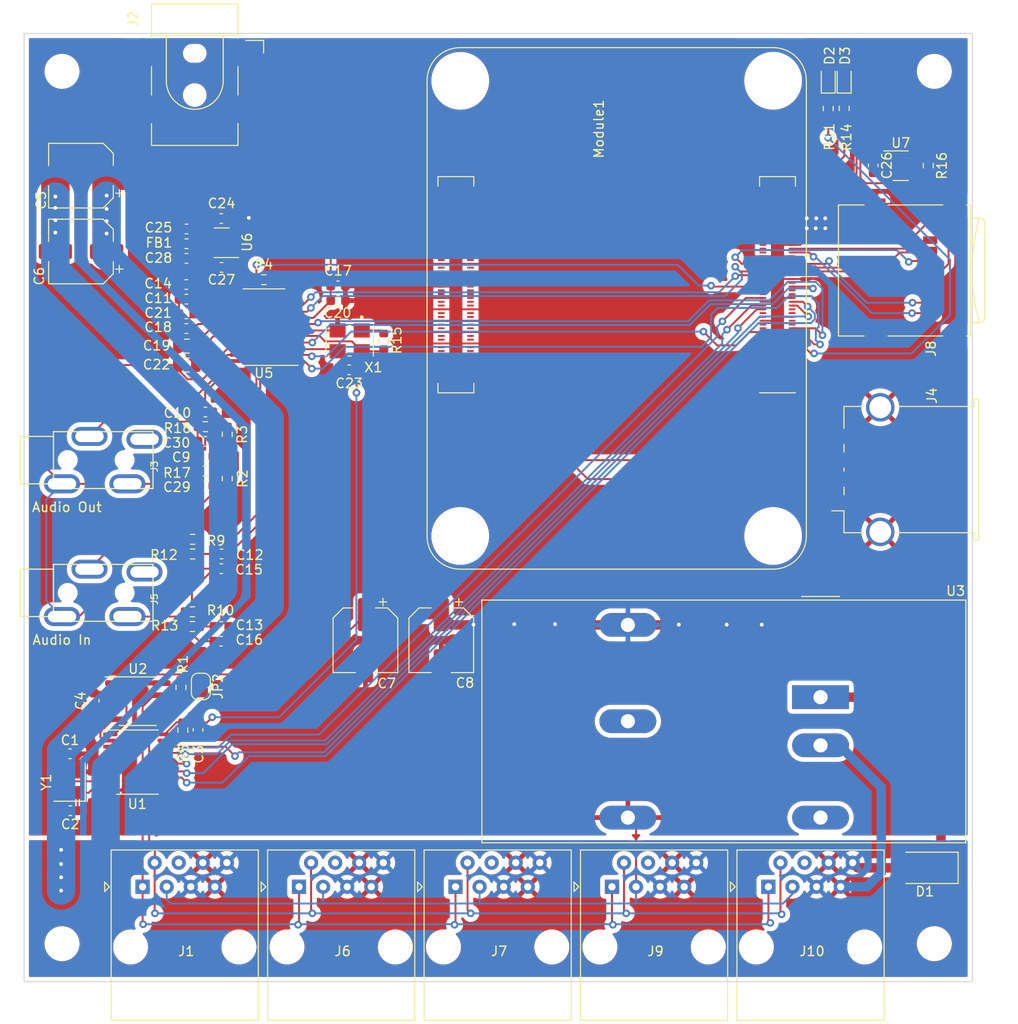
<source format=kicad_pcb>
(kicad_pcb (version 20221018) (generator pcbnew)
  (layers (0 "F.Cu" signal) (31 "B.Cu" signal) (34 "B.Paste" user) (35 "F.Paste" user) (36 "B.SilkS" user "B.Silkscreen") (37 "F.SilkS" user "F.Silkscreen") (38 "B.Mask" user) (39 "F.Mask" user) (44 "Edge.Cuts" user))
  (net 0 "")
  (net 1 "Net-(U1-OSC2)")
  (net 2 "GND")
  (net 3 "Net-(U1-OSC1)")
  (net 4 "/+3.3v")
  (net 5 "/+12v")
  (net 6 "GNDPWR")
  (net 7 "/+5v")
  (net 8 "OUTB")
  (net 9 "Net-(C9-Pad2)")
  (net 10 "OUTA")
  (net 11 "Net-(C10-Pad2)")
  (net 12 "Net-(U5-VQ)")
  (net 13 "GNDA")
  (net 14 "Net-(C12-Pad1)")
  (net 15 "INA")
  (net 16 "Net-(C13-Pad1)")
  (net 17 "INB")
  (net 18 "Net-(U5-FIL+)")
  (net 19 "+5VA")
  (net 20 "Net-(U6-BP)")
  (net 21 "/SD_PWR")
  (net 22 "Net-(C29-Pad2)")
  (net 23 "Net-(C30-Pad2)")
  (net 24 "Net-(D1-K)")
  (net 25 "Net-(D2-K)")
  (net 26 "Net-(D3-K)")
  (net 27 "CAN_L")
  (net 29 "CAN_H")
  (net 30 "/USBD_N")
  (net 31 "/USBD_P")
  (net 32 "/SD_DAT2")
  (net 33 "/SD_DAT3")
  (net 34 "/SD_CMD")
  (net 35 "/SD_CLK")
  (net 36 "/SD_DAT0")
  (net 37 "/SD_DAT1")
  (net 38 "Net-(JP2-A)")
  (net 39 "/TRD3_P")
  (net 40 "/TRD1_P")
  (net 41 "/TRD3_N")
  (net 42 "/TRD1_N")
  (net 43 "/TRD2_N")
  (net 44 "/TRD0_N")
  (net 45 "/TRD2_P")
  (net 46 "/TRD0_P")
  (net 47 "/ETH_LEDY")
  (net 48 "/SYNC_IN")
  (net 49 "/ETH_LEDG")
  (net 50 "/SYNC_OUT")
  (net 52 "/EEPROM_nWP")
  (net 53 "Net-(Module1A-PI_nLED_Activity)")
  (net 54 "/GPIO26")
  (net 55 "SDIN")
  (net 56 "LRCLK")
  (net 57 "SDOUT")
  (net 58 "/GPIO13")
  (net 59 "/GPIO16")
  (net 60 "/GPIO6")
  (net 61 "/GPIO12")
  (net 62 "/GPIO5")
  (net 63 "/ID_SC")
  (net 64 "/ID_SD")
  (net 65 "/GPIO7")
  (net 66 "CAN_SCK")
  (net 67 "CAN_CS")
  (net 68 "CAN_SO")
  (net 69 "GPIO25")
  (net 70 "CAN_SI")
  (net 71 "/GPIO24")
  (net 72 "/GPIO22")
  (net 73 "/GPIO23")
  (net 74 "/GPIO27")
  (net 75 "SCLK")
  (net 76 "R_CODEC")
  (net 77 "/GPIO15")
  (net 78 "/GPIO4")
  (net 79 "/GPIO14")
  (net 80 "SCL_CODEC")
  (net 81 "SDA_CODEC")
  (net 87 "/SD_PWR_ON")
  (net 88 "/Reserved")
  (net 89 "/SCL0")
  (net 90 "/SDA0")
  (net 92 "/WL_nDis")
  (net 94 "/BT_nDis")
  (net 95 "/RUN_PG")
  (net 96 "/nRPIBOOT")
  (net 97 "/AIN1")
  (net 98 "/nPWR_LED")
  (net 99 "/AIN0")
  (net 100 "/CAM_GPIO")
  (net 101 "/GLOBAL_EN")
  (net 102 "/nEXTRST")
  (net 103 "/USBOTG_ID")
  (net 104 "/PCIE_CLK_nREQ")
  (net 107 "/PCIE_nRST")
  (net 108 "/PCIE_CLK_P")
  (net 109 "/TV_OUT")
  (net 110 "/PCIE_CLK_N")
  (net 111 "/CAM1_D0_N")
  (net 112 "/PCIE_RX_P")
  (net 113 "/CAM1_D0_P")
  (net 114 "/PCIE_RX_N")
  (net 115 "/CAM1_D1_N")
  (net 116 "/PCIE_TX_P")
  (net 117 "/CAM1_D1_P")
  (net 118 "/PCIE_TX_N")
  (net 119 "/CAM1_C_N")
  (net 120 "/CAM0_D0_N")
  (net 121 "/CAM1_C_P")
  (net 122 "/CAM0_D0_P")
  (net 123 "/CAM1_D2_N")
  (net 124 "/CAM0_D1_N")
  (net 125 "/CAM1_D2_P")
  (net 126 "/CAM0_D1_P")
  (net 127 "/CAM1_D3_N")
  (net 128 "/CAM0_C_N")
  (net 129 "/CAM1_D3_P")
  (net 130 "/CAM0_C_P")
  (net 131 "/HDMI1_HOTPLUG")
  (net 132 "/HDMI1_SDA")
  (net 133 "/HDMI1_D2_P")
  (net 134 "/HDMI1_SCL")
  (net 135 "/HDMI1_D2_N")
  (net 136 "/HDMI1_CEC")
  (net 137 "/HDMI0_CEC")
  (net 138 "/HDMI1_D1_P")
  (net 139 "/HDMI0_HOTPLUG")
  (net 140 "/HDMI1_D1_N")
  (net 141 "/DSI0_D0_N")
  (net 142 "/HDMI1_D0_P")
  (net 143 "/DSI0_D0_P")
  (net 144 "/HDMI1_D0_N")
  (net 145 "/DSI0_D1_N")
  (net 146 "/HDMI1_CK_P")
  (net 147 "/DSI0_D1_P")
  (net 148 "/HDMI1_CK_N")
  (net 149 "/DSI0_C_N")
  (net 150 "/HDMI0_D2_P")
  (net 151 "/DSI0_C_P")
  (net 152 "/HDMI0_D2_N")
  (net 153 "/DSI1_D0_N")
  (net 154 "/HDMI0_D1_P")
  (net 155 "/DSI1_D0_P")
  (net 156 "/HDMI0_D1_N")
  (net 157 "/DSI1_D1_N")
  (net 158 "/HDMI0_D0_P")
  (net 159 "/DSI1_D1_P")
  (net 160 "/HDMI0_D0_N")
  (net 161 "/DSI1_C_N")
  (net 162 "/HDMI0_CK_P")
  (net 163 "/DSI1_C_P")
  (net 164 "/HDMI0_CK_N")
  (net 165 "/DSI1_D2_N")
  (net 166 "/DSI1_D3_N")
  (net 167 "/DSI1_D2_P")
  (net 168 "/DSI1_D3_P")
  (net 169 "/HDMI0_SDA")
  (net 170 "/HDMI0_SCL")
  (net 171 "Net-(U1-~{RESET})")
  (net 172 "Net-(X1-EN)")
  (net 173 "Net-(U1-TXCAN)")
  (net 174 "Net-(U1-RXCAN)")
  (net 186 "MCLK")
  (net 191 "Net-(J5-PadR)")
  (net 192 "Net-(J5-PadT)")
  (footprint "Capacitor_SMD:CP_Elec_6.3x5.8" (layer "F.Cu") (at 36 64 -90)
    (fp_text reference "C7")
    (fp_text value "100u")
  )
  (footprint "Resistor_SMD:R_0603_1608Metric" (layer "F.Cu") (at 16.745 73.475 90)
    (fp_text reference "R5")
    (fp_text value "10k")
  )
  (footprint "Resistor_SMD:R_0603_1608Metric" (layer "F.Cu") (at 16.545 68.975 -90)
    (fp_text reference "R1")
    (fp_text value "120")
  )
  (footprint "MountingHole:MountingHole_3.2mm_M3" (layer "F.Cu") (at 4 96)
    (fp_text reference "H3")
    (fp_text value "MountingHole")
  )
  (footprint "Capacitor_SMD:C_0603_1608Metric" (layer "F.Cu") (at 20.8 19.525 180)
    (fp_text reference "C24")
    (fp_text value "100n")
  )
  (footprint "AlexCustom:JACK4832.2330" (layer "F.Cu") (at 4 45 -90)
    (fp_text reference "J3")
    (fp_text value "AudioJack3")
  )
  (footprint "Capacitor_SMD:C_0805_2012Metric" (layer "F.Cu") (at 17.1625 32.975 180)
    (fp_text reference "C19")
    (fp_text value "47u")
  )
  (footprint "Resistor_SMD:R_0603_1608Metric" (layer "F.Cu") (at 37.9375 32.475 90)
    (fp_text reference "R15")
    (fp_text value "10k")
  )
  (footprint "MountingHole:MountingHole_3.2mm_M3" (layer "F.Cu") (at 96 4)
    (fp_text reference "H2")
    (fp_text value "MountingHole")
  )
  (footprint "Resistor_SMD:R_0603_1608Metric" (layer "F.Cu") (at 21.425 46.95 -90)
    (fp_text reference "R2")
    (fp_text value "10k")
  )
  (footprint "Capacitor_SMD:CP_Elec_6.3x5.8" (layer "F.Cu") (at 44 64 -90)
    (fp_text reference "C8")
    (fp_text value "100u")
  )
  (footprint "Package_SO:SOIC-8_3.9x4.9mm_P1.27mm" (layer "F.Cu") (at 11.995 70.425)
    (fp_text reference "U2")
    (fp_text value "MCP2551-I-SN")
  )
  (footprint "Connector_RJ:RJ45_Amphenol_54602-x08_Horizontal" (layer "F.Cu") (at 12.5 90)
    (fp_text reference "J1")
    (fp_text value "RJ45")
  )
  (footprint "Resistor_SMD:R_0603_1608Metric" (layer "F.Cu") (at 17.775 53.35 180)
    (fp_text reference "R9")
    (fp_text value "4.99k")
  )
  (footprint "Connector_RJ:RJ45_Amphenol_54602-x08_Horizontal" (layer "F.Cu") (at 78.5 90)
    (fp_text reference "J10")
    (fp_text value "RJ45")
  )
  (footprint "Connector_USB:USB_A_TE_292303-7_Horizontal" (layer "F.Cu") (at 93 46 90)
    (fp_text reference "J4")
    (fp_text value "USB_A")
  )
  (footprint "Connector_RJ:RJ45_Amphenol_54602-x08_Horizontal" (layer "F.Cu") (at 29 90)
    (fp_text reference "J6")
    (fp_text value "RJ45")
  )
  (footprint "Resistor_SMD:R_0603_1608Metric" (layer "F.Cu") (at 19.125 41.475)
    (fp_text reference "R18")
    (fp_text value "590")
  )
  (footprint "Resistor_SMD:R_0603_1608Metric" (layer "F.Cu") (at 25.2875 25.975 180)
    (fp_text reference "R4")
    (fp_text value "10k")
  )
  (footprint "Package_SO:TSSOP-20_4.4x6.5mm_P0.65mm" (layer "F.Cu") (at 11.95 76.85)
    (fp_text reference "U1")
    (fp_text value "MCP2515-xST")
  )
  (footprint "LED_SMD:LED_0603_1608Metric" (layer "F.Cu") (at 84.81 4.8 90)
    (fp_text reference "D2")
    (fp_text value "LED Green")
  )
  (footprint "Capacitor_SMD:C_0603_1608Metric" (layer "F.Cu") (at 20.8 62.55)
    (fp_text reference "C13")
    (fp_text value "10u")
  )
  (footprint "LED_SMD:LED_0603_1608Metric" (layer "F.Cu") (at 86.49 4.8 90)
    (fp_text reference "D3")
    (fp_text value "LED Red")
  )
  (footprint "Capacitor_SMD:C_0805_2012Metric" (layer "F.Cu") (at 17.1625 34.975 180)
    (fp_text reference "C22")
    (fp_text value "47u")
  )
  (footprint "Capacitor_SMD:C_0603_1608Metric" (layer "F.Cu") (at 19.125 44.6)
    (fp_text reference "C9")
    (fp_text value "3.3u")
  )
  (footprint "Diode_SMD:D_SMA" (layer "F.Cu") (at 95 88 180)
    (fp_text reference "D1")
    (fp_text value "SS54")
  )
  (footprint "Capacitor_SMD:C_0603_1608Metric" (layer "F.Cu") (at 4.87 81.975 180)
    (fp_text reference "C2")
    (fp_text value "27p")
  )
  (footprint "Crystal:Crystal_SMD_3225-4Pin_3.2x2.5mm" (layer "F.Cu") (at 4.795 78.975 90)
    (fp_text reference "Y1")
    (fp_text value "8Mhz")
  )
  (footprint "Connector_RJ:RJ45_Amphenol_54602-x08_Horizontal" (layer "F.Cu") (at 45.5 90)
    (fp_text reference "J7")
    (fp_text value "RJ45")
  )
  (footprint "Capacitor_SMD:C_0603_1608Metric" (layer "F.Cu") (at 20.775 64.1)
    (fp_text reference "C16")
    (fp_text value "220p")
  )
  (footprint "Capacitor_SMD:C_0603_1608Metric" (layer "F.Cu") (at 17.1125 29.575 180)
    (fp_text reference "C21")
    (fp_text value "100n")
  )
  (footprint "Connector_Card:microSD_HC_Wuerth_693072010801" (layer "F.Cu") (at 94 25 -90)
    (fp_text reference "J8")
    (fp_text value "Micro_SD_Card")
  )
  (footprint "Capacitor_SMD:C_0603_1608Metric" (layer "F.Cu") (at 33.1125 28.175)
    (fp_text reference "C20")
    (fp_text value "100n")
  )
  (footprint "MountingHole:MountingHole_3.2mm_M3" (layer "F.Cu") (at 96 96)
    (fp_text reference "H4")
    (fp_text value "MountingHole")
  )
  (footprint "Capacitor_SMD:C_0603_1608Metric" (layer "F.Cu") (at 18.345 73.45 -90)
    (fp_text reference "C3")
    (fp_text value "100n")
  )
  (footprint "Package_TO_SOT_SMD:SOT-23-6" (layer "F.Cu") (at 20.8375 22.075 180)
    (fp_text reference "U6")
    (fp_text value "TPS79301-EP")
  )
  (footprint "Resistor_SMD:R_0603_1608Metric" (layer "F.Cu") (at 84.81 7.925 -90)
    (fp_text reference "R11")
    (fp_text value "1k")
  )
  (footprint "Resistor_SMD:R_0603_1608Metric" (layer "F.Cu") (at 17.775 54.9 180)
    (fp_text reference "R12")
    (fp_text value "10k")
  )
  (footprint "Connector_BarrelJack:BarrelJack_CLIFF_FC681465S_SMT_Horizontal" (layer "F.Cu") (at 18 5 -90)
    (fp_text reference "J2")
    (fp_text value "Barrel_Jack_Switch")
  )
  (footprint "Capacitor_SMD:C_0603_1608Metric" (layer "F.Cu") (at 89.5625 13.925 -90)
    (fp_text reference "C26")
    (fp_text value "10u")
  )
  (footprint "Capacitor_SMD:C_0603_1608Metric" (layer "F.Cu") (at 17.1125 26.475 180)
    (fp_text reference "C14")
    (fp_text value "10u")
  )
  (footprint "Resistor_SMD:R_0603_1608Metric" (layer "F.Cu") (at 17.75 61 180)
    (fp_text reference "R10")
    (fp_text value "4.99k")
  )
  (footprint "Capacitor_SMD:C_0603_1608Metric" (layer "F.Cu") (at 20.825 54.9)
    (fp_text reference "C12")
    (fp_text value "10u")
  )
  (footprint "Capacitor_SMD:C_0603_1608Metric" (layer "F.Cu") (at 20.825 24.675)
    (fp_text reference "C27")
    (fp_text value "10u")
  )
  (footprint "Capacitor_SMD:C_0603_1608Metric" (layer "F.Cu") (at 4.845 75.975)
    (fp_text reference "C1")
    (fp_text value "27p")
  )
  (footprint "Package_SO:TSSOP-24_4.4x7.8mm_P0.65mm" (layer "F.Cu") (at 25.2875 30.975 180)
    (fp_text reference "U5")
    (fp_text value "CS4270")
  )
  (footprint "Capacitor_SMD:C_0603_1608Metric" (layer "F.Cu") (at 7.395 70.375 90)
    (fp_text reference "C4")
    (fp_text value "100n")
  )
  (footprint "Capacitor_SMD:C_0603_1608Metric" (layer "F.Cu") (at 17.1125 28.025 180)
    (fp_text reference "C11")
    (fp_text value "100n")
  )
  (footprint "Capacitor_SMD:C_0603_1608Metric" (layer "F.Cu") (at 19.125 43.025 180)
    (fp_text reference "C30")
    (fp_text value "2.7n")
  )
  (footprint "CM4IO:Raspberry-Pi-4-Compute-Module" (layer "F.Cu") (at 79 5 180)
    (fp_text reference "Module1")
    (fp_text value "ComputeModule4")
  )
  (footprint "Capacitor_SMD:C_0603_1608Metric" (layer "F.Cu") (at 17.125 20.625 180)
    (fp_text reference "C25")
    (fp_text value "10n")
  )
  (footprint "Resistor_SMD:R_0603_1608Metric" (layer "F.Cu") (at 17.75 62.55 180)
    (fp_text reference "R13")
    (fp_text value "10k")
  )
  (footprint "Package_TO_SOT_SMD:SOT-23-5" (layer "F.Cu") (at 92.4625 13.95)
    (fp_text reference "U7")
    (fp_text value "RT9742GGJ5")
  )
  (footprint "Capacitor_SMD:C_0603_1608Metric" (layer "F.Cu") (at 19.125 47.7 180)
    (fp_text reference "C29")
    (fp_text value "2.7n")
  )
  (footprint "Capacitor_SMD:C_0603_1608Metric" (layer "F.Cu") (at 20.8 56.45)
    (fp_text reference "C15")
    (fp_text value "220p")
  )
  (footprint "Capacitor_SMD:C_0603_1608Metric" (layer "F.Cu") (at 34.2875 35.475 180)
    (fp_text reference "C23")
    (fp_text value "10n")
  )
  (footprint "Capacitor_SMD:CP_Elec_6.3x5.8" (layer "F.Cu") (at 6 23 180)
    (fp_text reference "C6")
    (fp_text value "100u")
  )
  (footprint "Inductor_SMD:L_0603_1608Metric" (layer "F.Cu") (at 17.125 22.175)
    (fp_text reference "FB1")
    (fp_text value "FerriteBead_Small")
  )
  (footprint "Capacitor_SMD:C_0603_1608Metric" (layer "F.Cu") (at 17.125 23.725 180)
    (fp_text reference "C28")
    (fp_text value "100n")
  )
  (footprint "Capacitor_SMD:C_0603_1608Metric" (layer "F.Cu") (at 33.1125 26.625)
    (fp_text reference "C17")
    (fp_text value "10u")
  )
  (footprint "AlexCustom:XTAL_ASFL1-8.000MHZ-EC-T" (layer "F.Cu") (at 34.3375 32.425 -90)
    (fp_text reference "X1")
    (fp_text value "12.288MHz" hide)
  )
  (footprint "Resistor_SMD:R_0603_1608Metric" (layer "F.Cu") (at 95.3625 13.95 -90)
    (fp_text reference "R16")
    (fp_text value "12K 1%")
  )
  (footprint "Resistor_SMD:R_0603_1608Metric" (layer "F.Cu") (at 19.125 46.15)
    (fp_text reference "R17")
    (fp_text value "590")
  )
  (footprint "Resistor_SMD:R_0603_1608Metric" (layer "F.Cu") (at 21.425 42.275 -90)
    (fp_text reference "R3")
    (fp_text value "10k")
  )
  (footprint "MountingHole:MountingHole_3.2mm_M3" (layer "F.Cu") (at 4 4)
    (fp_text reference "H1")
    (fp_text value "MountingHole")
  )
  (footprint "Capacitor_SMD:C_0603_1608Metric" (layer "F.Cu") (at 17.1125 31.125 180)
    (fp_text reference "C18")
    (fp_text value "100n")
  )
  (footprint "Converter_DCDC:Converter_DCDC_TRACO_TEN20-xxxx_THT" (layer "F.Cu") (at 84 70 -90)
    (fp_text reference "U3")
    (fp_text value "TEN20-2411WIN")
  )
  (footprint "Jumper:SolderJumper-2_P1.3mm_Bridged_RoundedPad1.0x1.5mm" (layer "F.Cu") (at 18.645 68.875 -90)
    (fp_text reference "JP2")
    (fp_text value "SolderJumper_2_Bridged")
  )
  (footprint "Capacitor_SMD:C_0603_1608Metric" (layer "F.Cu") (at 19.125 39.925)
    (fp_text reference "C10")
    (fp_text value "3.3u")
  )
  (footprint "Capacitor_SMD:CP_Elec_6.3x5.8" (layer "F.Cu") (at 6 15 180)
    (fp_text reference "C5")
    (fp_text value "100u")
  )
  (footprint "AlexCustom:JACK4832.2330" (layer "F.Cu") (at 4 59 -90)
    (fp_text reference "J5")
    (fp_text value "AudioJack3")
  )
  (footprint "Connector_RJ:RJ45_Amphenol_54602-x08_Horizontal" (layer "F.Cu") (at 62 90)
    (fp_text reference "J9")
    (fp_text value "RJ45")
  )
  (footprint "Resistor_SMD:R_0603_1608Metric" (layer "F.Cu") (at 86.5 7.9 -90)
    (fp_text reference "R14")
    (fp_text value "1k")
  )
  (gr_rect (start 0 0) (end 100 100) (stroke (width 0.1)) (fill none) (layer "Edge.Cuts"))
  (gr_text "Audio In" (at 0.8 64.55) (layer "F.SilkS") (effects (font (size 1 1)) (justify left bottom)))
  (gr_text "Audio Out" (at 0.75 50.55) (layer "F.SilkS") (effects (font (size 1 1)) (justify left bottom)))
  (segment (start 3.945 76.1) (end 4.07 75.975) (width 0.2) (layer "F.Cu") (net 1))
  (segment (start 8.395 78.475) (end 9.0875 78.475) (width 0.2) (layer "F.Cu") (net 1))
  (segment (start 3.945 77.875) (end 3.945 76.1) (width 0.2) (layer "F.Cu") (net 1))
  (segment (start 7.995 78.875) (end 8.395 78.475) (width 0.2) (layer "F.Cu") (net 1))
  (segment (start 3.945 77.875) (end 3.945 77.975) (width 0.2) (layer "F.Cu") (net 1))
  (segment (start 4.845 78.875) (end 7.995 78.875) (width 0.2) (layer "F.Cu") (net 1))
  (segment (start 3.945 77.975) (end 4.845 78.875) (width 0.2) (layer "F.Cu") (net 1))
  (segment (start 77.92 32.3) (end 76.8 32.3) (width 0.2) (layer "F.Cu") (net 2))
  (segment (start 79.45 27.9) (end 81 27.9) (width 0.2) (layer "F.Cu") (net 2))
  (segment (start 44 29.1) (end 48.4 29.1) (width 0.2) (layer "F.Cu") (net 2))
  (segment (start 77.92 36.3) (end 76.8 36.3) (width 0.2) (layer "F.Cu") (net 2))
  (segment (start 42.4 21.9) (end 42.4 20.7) (width 0.2) (layer "F.Cu") (net 2))
  (segment (start 48.4 33.9) (end 48.4 35.1) (width 0.2) (layer "F.Cu") (net 2))
  (segment (start 42.4 24.3) (end 42.4 23.1) (width 0.2) (layer "F.Cu") (net 2))
  (segment (start 48.4 20.7) (end 48.4 21.9) (width 0.2) (layer "F.Cu") (net 2))
  (segment (start 87.8 16.075) (end 87.8 11.5) (width 0.2) (layer "F.Cu") (net 2))
  (segment (start 42.4 19.5) (end 42.4 18.3) (width 0.2) (layer "F.Cu") (net 2))
  (segment (start 64.54 83.56) (end 63.68 82.7) (width 0.2) (layer "F.Cu") (net 2))
  (segment (start 77.92 21.9) (end 78.47 21.9) (width 0.2) (layer "F.Cu") (net 2))
  (segment (start 90.3125 13.95) (end 91.325 13.95) (width 0.2) (layer "F.Cu") (net 2))
  (segment (start 77.92 33.9) (end 81 33.9) (width 0.2) (layer "F.Cu") (net 2))
  (segment (start 44 30.3) (end 42.4 30.3) (width 0.2) (layer "F.Cu") (net 2))
  (segment (start 48.4 18.3) (end 48.4 17.1) (width 0.2) (layer "F.Cu") (net 2))
  (segment (start 48.4 20.7) (end 42.4 20.7) (width 0.2) (layer "F.Cu") (net 2))
  (segment (start 48.4 23.1) (end 48.4 24.3) (width 0.2) (layer "F.Cu") (net 2))
  (segment (start 77.92 24.7) (end 81 24.7) (width 0.2) (layer "F.Cu") (net 2))
  (segment (start 77.92 37.02) (end 77.95 37.05) (width 0.2) (layer "F.Cu") (net 2))
  (segment (start 81 33.9) (end 82.2 33.9) (width 0.2) (layer "F.Cu") (net 2))
  (segment (start 81 25.9) (end 82.2 25.9) (width 0.2) (layer "F.Cu") (net 2))
  (segment (start 42.4 18.3) (end 42.4 17.1) (width 0.2) (layer "F.Cu") (net 2))
  (segment (start 48.4 31.5) (end 48.4 32.7) (width 0.2) (layer "F.Cu") (net 2))
  (segment (start 81 25.9) (end 79.45 25.9) (width 0.2) (layer "F.Cu") (net 2))
  (segment (start 44 27.9) (end 42.4 27.9) (width 0.2) (layer "F.Cu") (net 2))
  (segment (start 42.4 33.9) (end 42.4 32.7) (width 0.2) (layer "F.Cu") (net 2))
  (segment (start 76.7 33.9) (end 76.65 33.95) (width 0.2) (layer "F.Cu") (net 2))
  (segment (start 82.15 36.3) (end 82.2 36.35) (width 0.2) (layer "F.Cu") (net 2))
  (segment (start 42.4 24.3) (end 48.4 24.3) (width 0.2) (layer "F.Cu") (net 2))
  (segment (start 79.05 26.3) (end 77.92 26.3) (width 0.2) (layer "F.Cu") (net 2))
  (segment (start 47.08 17.1) (end 48.4 17.1) (width 0.2) (layer "F.Cu") (net 2))
  (segment (start 76.8 36.3) (end 76.75 36.25) (width 0.2) (layer "F.Cu") (net 2))
  (segment (start 48.4 18.3) (end 48.4 19.5) (width 0.2) (layer "F.Cu") (net 2))
  (segment (start 79.45 25.9) (end 79.05 26.3) (width 0.2) (layer "F.Cu") (net 2))
  (segment (start 42.4 26.7) (end 42.4 25.5) (width 0.2) (layer "F.Cu") (net 2))
  (segment (start 77.92 32.3) (end 79.95 32.3) (width 0.2) (layer "F.Cu") (net 2))
  (segment (start 81 37.05) (end 81.05 37.1) (width 0.2) (layer "F.Cu") (net 2))
  (segment (start 42.4 20.7) (end 42.4 19.5) (width 0.2) (layer "F.Cu") (net 2))
  (segment (start 7.585 69.79) (end 7.395 69.6) (width 0.2) (layer "F.Cu") (net 2))
  (segment (start 89.5625 14.7) (end 88.6 13.7375) (width 0.2) (layer "F.Cu") (net 2))
  (segment (start 48.4 25.5) (end 48.4 29.1) (width 0.2) (layer "F.Cu") (net 2))
  (segment (start 44 18.3) (end 42.4 18.3) (width 0.2) (layer "F.Cu") (net 2))
  (segment (start 48.4 19.5) (end 48.4 20.7) (width 0.2) (layer "F.Cu") (net 2))
  (segment (start 42.4 31.5) (end 42.4 30.3) (width 0.2) (layer "F.Cu") (net 2))
  (segment (start 44 35.1) (end 42.4 35.1) (width 0.2) (layer "F.Cu") (net 2))
  (segment (start 47.08 35.1) (end 44 35.1) (width 0.2) (layer "F.Cu") (net 2))
  (segment (start 26.15 28.05) (end 26.15 26.0125) (width 0.2) (layer "F.Cu") (net 2))
  (segment (start 42.4 23.1) (end 42.4 21.9) (width 0.2) (layer "F.Cu") (net 2))
  (segment (start 22.425 27.4) (end 20.8 27.4) (width 0.2) (layer "F.Cu") (net 2))
  (segment (start 42.4 35.1) (end 42.4 33.9) (width 0.2) (layer "F.Cu") (net 2))
  (segment (start 78.87 22.3) (end 81 22.3) (width 0.2) (layer "F.Cu") (net 2))
  (segment (start 48.4 23.1) (end 42.4 23.1) (width 0.2) (layer "F.Cu") (net 2))
  (segment (start 47.08 18.3) (end 48.4 18.3) (width 0.2) (layer "F.Cu") (net 2))
  (segment (start 28.175 31.325) (end 33.0675 31.325) (width 0.2) (layer "F.Cu") (net 2))
  (segment (start 44 29.1) (end 42.4 29.1) (width 0.2) (layer "F.Cu") (net 2))
  (segment (start 42.4 27.9) (end 42.4 26.7) (width 0.2) (layer "F.Cu") (net 2))
  (segment (start 17.9 22.175) (end 16.35 20.625) (width 0.2) (layer "F.Cu") (net 2))
  (segment (start 48.4 21.9) (end 48.4 23.1) (width 0.2) (layer "F.Cu") (net 2))
  (segment (start 77.92 30.3) (end 79.15 30.3) (width 0.2) (layer "F.Cu") (net 2))
  (segment (start 88.6 11.4) (end 89.2 10.8) (width 0.2) (layer "F.Cu") (net 2))
  (segment (start 81 36.3) (end 81 37.05) (width 0.2) (layer "F.Cu") (net 2))
  (segment (start 45.4 27.9) (end 45.4 26.6) (width 0.2) (layer "F.Cu") (net 2))
  (segment (start 42.4 32.7) (end 48.4 32.7) (width 0.2) (layer "F.Cu") (net 2))
  (segment (start 87.8 5.6) (end 87 4.8) (width 0.2) (layer "F.Cu") (net 2))
  (segment (start 44 31.5) (end 42.4 31.5) (width 0.2) (layer "F.Cu") (net 2))
  (segment (start 81 22.3) (end 81.9 22.3) (width 0.2) (layer "F.Cu") (net 2))
  (segment (start 80.35 31.9) (end 81 31.9) (width 0.2) (layer "F.Cu") (net 2))
  (segment (start 45.4 25.5) (end 42.4 25.5) (width 0.2) (layer "F.Cu") (net 2))
  (segment (start 87 4.8) (end 86.7 4.8) (width 0.2) (layer "F.Cu") (net 2))
  (segment (start 28.15 28.05) (end 26.15 28.05) (width 0.2) (layer "F.Cu") (net 2))
  (segment (start 79.05 28.3) (end 79.45 27.9) (width 0.2) (layer "F.Cu") (net 2))
  (segment (start 48.4 25.5) (end 45.4 25.5) (width 0.2) (layer "F.Cu") (net 2))
  (segment (start 44 27.9) (end 45.4 27.9) (width 0.2) (layer "F.Cu") (net 2))
  (segment (start 77.92 21.9) (end 76.7 21.9) (width 0.2) (layer "F.Cu") (net 2))
  (segment (start 42.4 25.5) (end 42.4 24.3) (width 0.2) (layer "F.Cu") (net 2))
  (segment (start 77.92 35.1) (end 76.75 35.1) (width 0.2) (layer "F.Cu") (net 2))
  (segment (start 89.85 18.125) (end 87.8 16.075) (width 0.2) (layer "F.Cu") (net 2))
  (segment (start 77.92 35.1) (end 81 35.1) (width 0.2) (layer "F.Cu") (net 2))
  (segment (start 48.4 29.1) (end 48.4 30.3) (width 0.2) (layer "F.Cu") (net 2))
  (segment (start 48.4 24.3) (end 48.4 25.5) (width 0.2) (layer "F.Cu") (net 2))
  (segment (start 42.4 32.7) (end 42.4 31.5) (width 0.2) (layer "F.Cu") (net 2))
  (segment (start 77.92 23.5) (end 81 23.5) (width 0.2) (layer "F.Cu") (net 2))
  (segment (start 77.92 17.1) (end 76.75 17.1) (width 0.2) (layer "F.Cu") (net 2))
  (segment (start 89.5625 14.7) (end 90.3125 13.95) (width 0.2) (layer "F.Cu") (net 2))
  (segment (start 79.55 29.9) (end 81 29.9) (width 0.2) (layer "F.Cu") (net 2))
  (segment (start 79.95 32.3) (end 80.35 31.9) (width 0.2) (layer "F.Cu") (net 2))
  (segment (start 42.4 29.1) (end 42.4 27.9) (width 0.2) (layer "F.Cu") (net 2))
  (segment (start 77.92 36.3) (end 81 36.3) (width 0.2) (layer "F.Cu") (net 2))
  (segment (start 44 30.3) (end 48.4 30.3) (width 0.2) (layer "F.Cu") (net 2))
  (segment (start 77.92 33.9) (end 76.7 33.9) (width 0.2) (layer "F.Cu") (net 2))
  (segment (start 44 18.3) (end 47.08 18.3) (width 0.2) (layer "F.Cu") (net 2))
  (segment (start 9.52 69.79) (end 7.585 69.79) (width 0.2) (layer "F.Cu") (net 2))
  (segment (start 48.4 21.9) (end 42.4 21.9) (width 0.2) (layer "F.Cu") (net 2))
  (segment (start 26.15 26.0125) (end 26.1125 25.975) (width 0.2) (layer "F.Cu") (net 2))
  (segment (start 45.4 26.6) (end 45.4 25.5) (width 0.2) (layer "F.Cu") (net 2))
  (segment (start 42.4 30.3) (end 42.4 29.1) (width 0.2) (layer "F.Cu") (net 2))
  (segment (start 28.15 31.3) (end 28.175 31.325) (width 0.2) (layer "F.Cu") (net 2))
  (segment (start 77.92 23.5) (end 76.75 23.5) (width 0.2) (layer "F.Cu") (net 2))
  (segment (start 45.4 26.7) (end 45.4 26.6) (width 0.2) (layer "F.Cu") (net 2))
  (segment (start 48.4 19.5) (end 42.4 19.5) (width 0.2) (layer "F.Cu") (net 2))
  (segment (start 81 35.1) (end 82.15 35.1) (width 0.2) (layer "F.Cu") (net 2))
  (segment (start 64.54 90) (end 64.54 83.56) (width 0.2) (layer "F.Cu") (net 2))
  (segment (start 77.92 17.1) (end 79.1 17.1) (width 0.2) (layer "F.Cu") (net 2))
  (segment (start 88.6 13.7375) (end 88.6 12.1875) (width 0.2) (layer "F.Cu") (net 2))
  (segment (start 44 17.1) (end 47.08 17.1) (width 0.2) (layer "F.Cu") (net 2))
  (segment (start 42.4 33.9) (end 48.4 33.9) (width 0.2) (layer "F.Cu") (net 2))
  (segment (start 81 36.3) (end 82.15 36.3) (width 0.2) (layer "F.Cu") (net 2))
  (segment (start 17.9125 22.175) (end 17.9 22.175) (width 0.2) (layer "F.Cu") (net 2))
  (segment (start 86.7 4.8) (end 83.05 4.8) (width 0.2) (layer "F.Cu") (net 2))
  (segment (start 77.92 28.3) (end 79.05 28.3) (width 0.2) (layer "F.Cu") (net 2))
  (segment (start 44 31.5) (end 48.4 31.5) (width 0.2) (layer "F.Cu") (net 2))
  (segment (start 48.4 32.7) (end 48.4 33.9) (width 0.2) (layer "F.Cu") (net 2))
  (segment (start 78.47 21.9) (end 78.87 22.3) (width 0.2) (layer "F.Cu") (net 2))
  (segment (start 88.6 12.1875) (end 88.6 11.4) (width 0.2) (layer "F.Cu") (net 2))
  (segment (start 20.8 27.4) (end 20.75 27.35) (width 0.2) (layer "F.Cu") (net 2))
  (segment (start 77.92 36.3) (end 77.92 37.02) (width 0.2) (layer "F.Cu") (net 2))
  (segment (start 42.4 17.1) (end 44 17.1) (width 0.2) (layer "F.Cu") (net 2))
  (segment (start 48.4 35.1) (end 47.08 35.1) (width 0.2) (layer "F.Cu") (net 2))
  (segment (start 79.15 30.3) (end 79.55 29.9) (width 0.2) (layer "F.Cu") (net 2))
  (segment (start 42.4 26.7) (end 45.4 26.7) (width 0.2) (layer "F.Cu") (net 2))
  (segment (start 87.8 11.5) (end 87.8 5.6) (width 0.2) (layer "F.Cu") (net 2))
  (segment (start 48.4 30.3) (end 48.4 31.5) (width 0.2) (layer "F.Cu") (net 2))
  (segment (start 31.54 91.72) (end 31.5 91.76) (width 0.2) (layer "B.Cu") (net 2))
  (segment (start 31.5 91.76) (end 48 91.76) (width 0.2) (layer "B.Cu") (net 2))
  (segment (start 15.04 91.34) (end 15.46 91.76) (width 0.2) (layer "B.Cu") (net 2))
  (segment (start 31.54 90) (end 31.54 91.72) (width 0.2) (layer "B.Cu") (net 2))
  (segment (start 64.5 91.76) (end 80.04 91.76) (width 0.2) (layer "B.Cu") (net 2))
  (segment (start 48.04 91.72) (end 48 91.76) (width 0.2) (layer "B.Cu") (net 2))
  (segment (start 63.68 82.7) (end 64.54 83.56) (width 0.2) (layer "B.Cu") (net 2))
  (segment (start 64.54 91.72) (end 64.5 91.76) (width 0.2) (layer "B.Cu") (net 2))
  (segment (start 48 91.76) (end 64.5 91.76) (width 0.2) (layer "B.Cu") (net 2))
  (segment (start 15.04 90) (end 15.04 91.34) (width 0.2) (layer "B.Cu") (net 2))
  (segment (start 81.04 90.76) (end 81.04 90) (width 0.2) (layer "B.Cu") (net 2))
  (segment (start 80.04 91.76) (end 81.04 90.76) (width 0.2) (layer "B.Cu") (net 2))
  (segment (start 48.04 90) (end 48.04 91.72) (width 0.2) (layer "B.Cu") (net 2))
  (segment (start 64.54 90) (end 64.54 91.72) (width 0.2) (layer "B.Cu") (net 2))
  (segment (start 15.46 91.76) (end 31.5 91.76) (width 0.2) (layer "B.Cu") (net 2))
  (segment (start 5.645 80.075) (end 6.827842 80.075) (width 0.2) (layer "F.Cu") (net 3))
  (segment (start 5.645 80.075) (end 5.645 81.975) (width 0.2) (layer "F.Cu") (net 3))
  (segment (start 8.160685 79.275) (end 8.310685 79.125) (width 0.2) (layer "F.Cu") (net 3))
  (segment (start 8.310685 79.125) (end 9.0875 79.125) (width 0.2) (layer "F.Cu") (net 3))
  (segment (start 7.627842 79.275) (end 8.160685 79.275) (width 0.2) (layer "F.Cu") (net 3))
  (segment (start 6.827842 80.075) (end 7.627842 79.275) (width 0.2) (layer "F.Cu") (net 3))
  (segment (start 35.0625 35.475) (end 35.6075 34.93) (width 0.2) (layer "F.Cu") (net 4))
  (segment (start 92.5 15.1) (end 92.5 14.1) (width 0.2) (layer "F.Cu") (net 4))
  (segment (start 16.77 72.675) (end 16.745 72.65) (width 0.2) (layer "F.Cu") (net 4))
  (segment (start 18.345 72.675) (end 16.77 72.675) (width 0.2) (layer "F.Cu") (net 4))
  (segment (start 74.75 18.75) (end 75.5 19.5) (width 0.2) (layer "F.Cu") (net 4))
  (segment (start 32.3375 28.175) (end 32.3375 26.625) (width 0.2) (layer "F.Cu") (net 4))
  (segment (start 28.15 30) (end 30.5125 30) (width 0.2) (layer "F.Cu") (net 4))
  (segment (start 78.5 21.1) (end 77.92 21.1) (width 0.2) (layer "F.Cu") (net 4))
  (segment (start 16.745 72.65) (end 16.0875 72.65) (width 0.2) (layer "F.Cu") (net 4))
  (segment (start 74.65 18.75) (end 74.75 18.75) (width 0.2) (layer "F.Cu") (net 4))
  (segment (start 28.15 31.95) (end 27.496815 31.95) (width 0.2) (layer "F.Cu") (net 4))
  (segment (start 27.496815 31.95) (end 27.1125 31.565685) (width 0.2) (layer "F.Cu") (net 4))
  (segment (start 35.0625 35.475) (end 35.0625 37.8875) (width 0.2) (layer "F.Cu") (net 4))
  (segment (start 84.81 4.0125) (end 81.9975 1.2) (width 0.2) (layer "F.Cu") (net 4))
  (segment (start 31.1625 31.9) (end 31.7375 32.475) (width 0.2) (layer "F.Cu") (net 4))
  (segment (start 78.6 20.03) (end 78.6 21) (width 0.2) (layer "F.Cu") (net 4))
  (segment (start 93.6 13) (end 95.2375 13) (width 0.2) (layer "F.Cu") (net 4))
  (segment (start 32.3375 20.8125) (end 41.85 11.3) (width 0.2) (layer "F.Cu") (net 4))
  (segment (start 28.15 31.95) (end 28.2 31.9) (width 0.2) (layer "F.Cu") (net 4))
  (segment (start 78.6 21) (end 78.5 21.1) (width 0.2) (layer "F.Cu") (net 4))
  (segment (start 30.5125 30) (end 32.3375 28.175) (width 0.2) (layer "F.Cu") (net 4))
  (segment (start 37.9375 33.3) (end 37.7125 33.525) (width 0.2) (layer "F.Cu") (net 4))
  (segment (start 27.4875 30) (end 28.15 30) (width 0.2) (layer "F.Cu") (net 4))
  (segment (start 67.2 11.3) (end 74.65 18.75) (width 0.2) (layer "F.Cu") (net 4))
  (segment (start 19.286396 72.675) (end 19.845 72.116396) (width 0.2) (layer "F.Cu") (net 4))
  (segment (start 87.1625 4.0125) (end 88.2 5.05) (width 0.2) (layer "F.Cu") (net 4))
  (segment (start 37.7125 33.525) (end 35.6075 33.525) (width 0.2) (layer "F.Cu") (net 4))
  (segment (start 91.8 15.8) (end 92.5 15.1) (width 0.2) (layer "F.Cu") (net 4))
  (segment (start 75.5 1.2) (end 67.2 9.5) (width 0.2) (layer "F.Cu") (net 4))
  (segment (start 92.5 14.1) (end 93.6 13) (width 0.2) (layer "F.Cu") (net 4))
  (segment (start 32.3375 26.625) (end 32.3375 20.8125) (width 0.2) (layer "F.Cu") (net 4))
  (segment (start 67.2 9.5) (end 67.2 11.3) (width 0.2) (layer "F.Cu") (net 4))
  (segment (start 78.47 19.9) (end 78.6 20.03) (width 0.2) (layer "F.Cu") (net 4))
  (segment (start 27.1125 31.565685) (end 27.1125 30.375) (width 0.2) (layer "F.Cu") (net 4))
  (segment (start 77.92 19.5) (end 77.92 19.9) (width 0.2) (layer "F.Cu") (net 4))
  (segment (start 77.92 19.9) (end 78.47 19.9) (width 0.2) (layer "F.Cu") (net 4))
  (segment (start 84.81 4.0125) (end 86.49 4.0125) (width 0.2) (layer "F.Cu") (net 4))
  (segment (start 18.345 72.675) (end 19.286396 72.675) (width 0.2) (layer "F.Cu") (net 4))
  (segment (start 35.0625 37.8875) (end 35.05 37.9) (width 0.2) (layer "F.Cu") (net 4))
  (segment (start 95.2375 13) (end 95.3625 13.125) (width 0.2) (layer "F.Cu") (net 4))
  (segment (start 35.6075 34.93) (end 35.6075 33.525) (width 0.2) (layer "F.Cu") (net 4))
  (segment (start 27.1125 30.375) (end 27.4875 30) (width 0.2) (layer "F.Cu") (net 4))
  (segment (start 31.7375 32.475) (end 34.5575 32.475) (width 0.2) (layer "F.Cu") (net 4))
  (segment (start 88.75 15.8) (end 91.8 15.8) (width 0.2) (layer "F.Cu") (net 4))
  (segment (start 81.9975 1.2) (end 75.5 1.2) (width 0.2) (layer "F.Cu") (net 4))
  (segment (start 16.0875 72.65) (end 14.8125 73.925) (width 0.2) (layer "F.Cu") (net 4))
  (segment (start 34.5575 32.475) (end 35.6075 33.525) (width 0.2) (layer "F.Cu") (net 4))
  (segment (start 88.2 15.25) (end 88.75 15.8) (width 0.2) (layer "F.Cu") (net 4))
  (segment (start 41.85 11.3) (end 67.2 11.3) (width 0.2) (layer "F.Cu") (net 4))
  (segment (start 88.2 5.05) (end 88.2 15.25) (width 0.2) (layer "F.Cu") (net 4))
  (segment (start 28.2 31.9) (end 31.1625 31.9) (width 0.2) (layer "F.Cu") (net 4))
  (segment (start 75.5 19.5) (end 77.92 19.5) (width 0.2) (layer "F.Cu") (net 4))
  (segment (start 86.49 4.0125) (end 87.1625 4.0125) (width 0.2) (layer "F.Cu") (net 4))
  (via (at 19.845 72.116396) (size 0.8) (drill 0.4) (layers "F.Cu" "B.Cu") (net 4))
  (via (at 35.05 37.9) (size 0.8) (drill 0.4) (layers "F.Cu" "B.Cu") (net 4))
  (segment (start 26.883604 72.116396) (end 19.845 72.116396) (width 0.2) (layer "B.Cu") (net 4))
  (segment (start 35.05 63.95) (end 26.883604 72.116396) (width 0.2) (layer "B.Cu") (net 4))
  (segment (start 35.05 37.9) (end 35.05 63.95) (width 0.2) (layer "B.Cu") (net 4))
  (segment (start 93 88) (end 87.93 88) (width 1) (layer "F.Cu") (net 5))
  (segment (start 16.5 15) (end 8.7 15) (width 3) (layer "F.Cu") (net 5))
  (segment (start 23.5 2) (end 23.5 8) (width 3) (layer "F.Cu") (net 5))
  (segment (start 8.7 18.5) (end 8.7 19.8) (width 3) (layer "F.Cu") (net 5))
  (segment (start 87.93 88) (end 87.39 87.46) (width 1) (layer "F.Cu") (net 5))
  (segment (start 8.7 15) (end 8.7 17.1) (width 3) (layer "F.Cu") (net 5))
  (segment (start 8.7 17.1) (end 8.7 18.5) (width 3) (layer "F.Cu") (net 5))
  (segment (start 23.5 8) (end 16.5 15) (width 3) (layer "F.Cu") (net 5))
  (segment (start 8.7 19.8) (end 8.7 21.1) (width 3) (layer "F.Cu") (net 5))
  (segment (start 8.7 21.1) (end 8.7 23) (width 3) (layer "F.Cu") (net 5))
  (via (at 8.7 17.1) (size 0.8) (drill 0.4) (layers "F.Cu" "B.Cu") (net 5))
  (via (at 8.7 19.8) (size 0.8) (drill 0.4) (layers "F.Cu" "B.Cu") (net 5))
  (via (at 8.7 18.5) (size 0.8) (drill 0.4) (layers "F.Cu" "B.Cu") (net 5))
  (via (at 8.7 21.1) (size 0.8) (drill 0.4) (layers "F.Cu" "B.Cu") (net 5))
  (segment (start 8.7 23.4) (end 25.9 40.6) (width 3) (layer "B.Cu") (net 5))
  (segment (start 8.7 21.1) (end 8.7 23.4) (width 3) (layer "B.Cu") (net 5))
  (segment (start 8.6 77.6) (end 8.6 89.6) (width 3) (layer "B.Cu") (net 5))
  (segment (start 8.7 17.1) (end 8.7 21.1) (width 3) (layer "B.Cu") (net 5))
  (segment (start 25.9 60.3) (end 8.6 77.6) (width 3) (layer "B.Cu") (net 5))
  (segment (start 25.9 40.6) (end 25.9 60.3) (width 3) (layer "B.Cu") (net 5))
  (segment (start 3.3 19.7) (end 3.3 21) (width 3) (layer "F.Cu") (net 6))
  (segment (start 12.5 2) (end 12.5 8) (width 3) (layer "F.Cu") (net 6))
  (segment (start 12.5 8) (end 6.5 8) (width 3) (layer "F.Cu") (net 6))
  (segment (start 3.3 17.2) (end 3.3 18.4) (width 3) (layer "F.Cu") (net 6))
  (segment (start 3.3 18.4) (end 3.3 19.7) (width 3) (layer "F.Cu") (net 6))
  (segment (start 6.5 8) (end 3.3 11.2) (width 3) (layer "F.Cu") (net 6))
  (segment (start 3.3 15) (end 3.3 17.2) (width 3) (layer "F.Cu") (net 6))
  (segment (start 3.3 11.2) (end 3.3 15) (width 3) (layer "F.Cu") (net 6))
  (segment (start 3.3 21) (end 3.3 23) (width 3) (layer "F.Cu") (net 6))
  (via (at 3.9 87.6) (size 0.8) (drill 0.4) (layers "F.Cu" "B.Cu") (net 6))
  (via (at 3.3 17.2) (size 0.8) (drill 0.4) (layers "F.Cu" "B.Cu") (net 6))
  (via (at 3.3 19.7) (size 0.8) (drill 0.4) (layers "F.Cu" "B.Cu") (net 6))
  (via (at 3.3 18.4) (size 0.8) (drill 0.4) (layers "F.Cu" "B.Cu") (net 6))
  (via (at 3.9 86.1) (size 0.8) (drill 0.4) (layers "F.Cu" "B.Cu") (net 6))
  (via (at 3.9 90.4) (size 0.8) (drill 0.4) (layers "F.Cu" "B.Cu") (net 6))
  (via (at 3.3 21) (size 0.8) (drill 0.4) (layers "F.Cu" "B.Cu") (net 6))
  (via (at 3.9 89) (size 0.8) (drill 0.4) (layers "F.Cu" "B.Cu") (net 6))
  (segment (start 3.3 24.9) (end 21 42.6) (width 3) (layer "B.Cu") (net 6))
  (segment (start 21 58.6) (end 18.2 61.4) (width 3) (layer "B.Cu") (net 6))
  (segment (start 90.4 88.5) (end 88.9 90) (width 1) (layer "B.Cu") (net 6))
  (segment (start 3.9 89) (end 3.9 90.4) (width 3) (layer "B.Cu") (net 6))
  (segment (start 84 75.08) (end 85.98 75.08) (width 1) (layer "B.Cu") (net 6))
  (segment (start 18.2 61.4) (end 3.9 75.7) (width 3) (layer "B.Cu") (net 6))
  (segment (start 90.4 79.5) (end 90.4 88.5) (width 1) (layer "B.Cu") (net 6))
  (segment (start 85.98 75.08) (end 90.4 79.5) (width 1) (layer "B.Cu") (net 6))
  (segment (start 21 42.6) (end 21 58.6) (width 3) (layer "B.Cu") (net 6))
  (segment (start 3.3 17.2) (end 3.3 21) (width 3) (layer "B.Cu") (net 6))
  (segment (start 3.9 86.1) (end 3.9 87.6) (width 3) (layer "B.Cu") (net 6))
  (segment (start 3.3 21) (end 3.3 24.9) (width 3) (layer "B.Cu") (net 6))
  (segment (start 3.9 75.7) (end 3.9 77.9) (width 3) (layer "B.Cu") (net 6))
  (segment (start 3.9 87.6) (end 3.9 89) (width 3) (layer "B.Cu") (net 6))
  (segment (start 88.9 90) (end 86.12 90) (width 1) (layer "B.Cu") (net 6))
  (segment (start 3.9 77.9) (end 3.9 86.1) (width 3) (layer "B.Cu") (net 6))
  (segment (start 56.08 62.38) (end 56 62.3) (width 1) (layer "F.Cu") (net 7))
  (segment (start 69.02 62.38) (end 63.68 62.38) (width 1) (layer "F.Cu") (net 7))
  (segment (start 51.7 62.3) (end 51.62 62.38) (width 1) (layer "F.Cu") (net 7))
  (segment (start 21.626104 23.025) (end 21.0125 22.411396) (width 0.2) (layer "F.Cu") (net 7))
  (segment (start 21.0125 22.411396) (end 21.0125 21.5375) (width 0.2) (layer "F.Cu") (net 7))
  (segment (start 86.62 49.5) (end 86.62 55.78) (width 1) (layer "F.Cu") (net 7))
  (segment (start 77.83 62.38) (end 77.8 62.35) (width 1) (layer "F.Cu") (net 7))
  (segment (start 7 73.3) (end 12.7 67.6) (width 0.2) (layer "F.Cu") (net 7))
  (segment (start 21.975 23.025) (end 21.626104 23.025) (width 0.2) (layer "F.Cu") (net 7))
  (segment (start 55.92 62.38) (end 51.78 62.38) (width 1) (layer "F.Cu") (net 7))
  (segment (start 21.575 19.525) (end 23.625 19.525) (width 0.2) (layer "F.Cu") (net 7))
  (segment (start 81 21.1) (end 82.8 21.1) (width 0.2) (layer "F.Cu") (net 7))
  (segment (start 80.02 62.38) (end 77.83 62.38) (width 1) (layer "F.Cu") (net 7))
  (segment (start 29.7 67.6) (end 36 61.3) (width 0.2) (layer "F.Cu") (net 7))
  (segment (start 81 19.1) (end 82.8 19.1) (width 0.2) (layer "F.Cu") (net 7))
  (segment (start 82.8 20.7) (end 82.7 20.7) (width 0.2) (layer "F.Cu") (net 7))
  (segment (start 12.7 67.6) (end 29.7 67.6) (width 0.2) (layer "F.Cu") (net 7))
  (segment (start 74.07 62.38) (end 69.08 62.38) (width 1) (layer "F.Cu") (net 7))
  (segment (start 21.0125 21.5375) (end 21.425 21.125) (width 0.2) (layer "F.Cu") (net 7))
  (segment (start 82.7 20.7) (end 82.55 20.55) (width 0.2) (layer "F.Cu") (net 7))
  (segment (start 23.625 19.525) (end 23.7 19.45) (width 0.2) (layer "F.Cu") (net 7))
  (segment (start 47.43 62.38) (end 47.4 62.35) (width 1) (layer "F.Cu") (net 7))
  (segment (start 21.975 21.125) (end 21.975 19.925) (width 0.2) (layer "F.Cu") (net 7))
  (segment (start 82.55 20.55) (end 82.4 20.7) (width 0.2) (layer "F.Cu") (net 7))
  (segment (start 77.77 62.38) (end 74.13 62.38) (width 1) (layer "F.Cu") (net 7))
  (segment (start 82.4 20.7) (end 81 20.7) (width 0.2) (layer "F.Cu") (net 7))
  (segment (start 47.4 62.35) (end 47.37 62.38) (width 1) (layer "F.Cu") (net 7))
  (segment (start 45.08 62.38) (end 44 61.3) (width 1) (layer "F.Cu") (net 7))
  (segment (start 81 19.9) (end 82.8 19.9) (width 0.2) (layer "F.Cu") (net 7))
  (segment (start 9.43 71.15) (end 9.52 71.06) (width 0.2) (layer "F.Cu") (net 7))
  (segment (start 21.425 21.125) (end 21.975 21.125) (width 0.2) (layer "F.Cu") (net 7))
  (segment (start 77.8 62.35) (end 77.77 62.38) (width 1) (layer "F.Cu") (net 7))
  (segment (start 74.13 62.38) (end 74.1 62.35) (width 1) (layer "F.Cu") (net 7))
  (segment (start 56 62.3) (end 55.92 62.38) (width 1) (layer "F.Cu") (net 7))
  (segment (start 21.975 19.925) (end 21.575 19.525) (width 0.2) (layer "F.Cu") (net 7))
  (segment (start 51.78 62.38) (end 51.7 62.3) (width 1) (layer "F.Cu") (net 7))
  (segment (start 7.395 71.15) (end 9.43 71.15) (width 0.2) (layer "F.Cu") (net 7))
  (segment (start 81 19.5) (end 82.55 19.5) (width 0.2) (layer "F.Cu") (net 7))
  (segment (start 74.1 62.35) (end 74.07 62.38) (width 1) (layer "F.Cu") (net 7))
  (segment (start 44 61.3) (end 36 61.3) (width 1) (layer "F.Cu") (net 7))
  (segment (start 69.05 62.35) (end 69.02 62.38) (width 1) (layer "F.Cu") (net 7))
  (segment (start 86.62 55.78) (end 80.02 62.38) (width 1) (layer "F.Cu") (net 7))
  (segment (start 47.37 62.38) (end 45.08 62.38) (width 1) (layer "F.Cu") (net 7))
  (segment (start 7.395 71.15) (end 6.628604 71.15) (width 0.2) (layer "F.Cu") (net 7))
  (segment (start 63.68 62.38) (end 56.08 62.38) (width 1) (layer "F.Cu") (net 7))
  (segment (start 82.55 19.5) (end 82.8 19.5) (width 0.2) (layer "F.Cu") (net 7))
  (segment (start 51.62 62.38) (end 47.43 62.38) (width 1) (layer "F.Cu") (net 7))
  (segment (start 69.08 62.38) (end 69.05 62.35) (width 1) (layer "F.Cu") (net 7))
  (segment (start 81 20.3) (end 82.8 20.3) (width 0.2) (layer "F.Cu") (net 7))
  (via (at 74.1 62.35) (size 0.8) (drill 0.4) (layers "F.Cu" "B.Cu") (net 7))
  (via (at 82.55 20.55) (size 0.8) (drill 0.4) (layers "F.Cu" "B.Cu") (net 7))
  (via (at 83.55 19.5) (size 0.8) (drill 0.4) (layers "F.Cu" "B.Cu") (net 7))
  (via (at 84.5 20.55) (size 0.8) (drill 0.4) (layers "F.Cu" "B.Cu") (net 7))
  (via (at 84.5 19.5) (size 0.8) (drill 0.4) (layers "F.Cu" "B.Cu") (net 7))
  (via (at 82.55 19.5) (size 0.8) (drill 0.4) (layers "F.Cu" "B.Cu") (net 7))
  (via (at 47.4 62.35) (size 0.8) (drill 0.4) (layers "F.Cu" "B.Cu") (net 7))
  (via (at 51.7 62.3) (size 0.8) (drill 0.4) (layers "F.Cu" "B.Cu") (net 7))
  (via (at 83.5 20.55) (size 0.8) (drill 0.4) (layers "F.Cu" "B.Cu") (net 7))
  (via (at 23.7 19.45) (size 0.8) (drill 0.4) (layers "F.Cu" "B.Cu") (net 7))
  (via (at 69.05 62.35) (size 0.8) (drill 0.4) (layers "F.Cu" "B.Cu") (net 7))
  (via (at 56 62.3) (size 0.8) (drill 0.4) (layers "F.Cu" "B.Cu") (net 7))
  (via (at 77.8 62.35) (size 0.8) (drill 0.4) (layers "F.Cu" "B.Cu") (net 7))
  (segment (start 22.425 33.9) (end 21.45 33.9) (width 0.2) (layer "F.Cu") (net 8))
  (segment (start 19.1 37.865686) (end 19.1 43.85) (width 0.2) (layer "F.Cu") (net 8))
  (segment (start 20.8 34.55) (end 20.8 36.165686) (width 0.2) (layer "F.Cu") (net 8))
  (segment (start 20.8 36.165686) (end 19.1 37.865686) (width 0.2) (layer "F.Cu") (net 8))
  (segment (start 19.1 43.85) (end 18.35 44.6) (width 0.2) (layer "F.Cu") (net 8))
  (segment (start 21.45 33.9) (end 20.8 34.55) (width 0.2) (layer "F.Cu") (net 8))
  (segment (start 19.9 44.6) (end 19.9 46.1) (width 0.2) (layer "F.Cu") (net 9))
  (segment (start 21.4 46.15) (end 21.425 46.125) (width 0.2) (layer "F.Cu") (net 9))
  (segment (start 19.95 46.15) (end 21.4 46.15) (width 0.2) (layer "F.Cu") (net 9))
  (segment (start 19.9 46.1) (end 19.95 46.15) (width 0.2) (layer "F.Cu") (net 9))
  (segment (start 20.4 36) (end 18.35 38.05) (width 0.2) (layer "F.Cu") (net 10))
  (segment (start 20.4 34.3) (end 20.4 36) (width 0.2) (layer "F.Cu") (net 10))
  (segment (start 21.45 33.25) (end 20.4 34.3) (width 0.2) (layer "F.Cu") (net 10))
  (segment (start 22.425 33.25) (end 21.45 33.25) (width 0.2) (layer "F.Cu") (net 10))
  (segment (start 18.35 38.05) (end 18.35 39.925) (width 0.2) (layer "F.Cu") (net 10))
  (segment (start 19.9 41.425) (end 19.95 41.475) (width 0.2) (layer "F.Cu") (net 11))
  (segment (start 19.9 39.925) (end 19.9 41.425) (width 0.2) (layer "F.Cu") (net 11))
  (segment (start 21.425 41.45) (end 19.975 41.45) (width 0.2) (layer "F.Cu") (net 11))
  (segment (start 19.975 41.45) (end 19.95 41.475) (width 0.2) (layer "F.Cu") (net 11))
  (segment (start 21.3125 30) (end 19.4375 28.125) (width 0.2) (layer "F.Cu") (net 12))
  (segment (start 17.8875 26.475) (end 17.8875 28.025) (width 0.2) (layer "F.Cu") (net 12))
  (segment (start 22.425 30) (end 21.3125 30) (width 0.2) (layer "F.Cu") (net 12))
  (segment (start 17.9875 28.125) (end 17.8875 28.025) (width 0.2) (layer "F.Cu") (net 12))
  (segment (start 19.4375 28.125) (end 17.9875 28.125) (width 0.2) (layer "F.Cu") (net 12))
  (segment (start 16.35 23.725) (end 16.3375 23.7375) (width 0.2) (layer "F.Cu") (net 13))
  (segment (start 16.3375 23.7375) (end 16.3375 26.475) (width 0.2) (layer "F.Cu") (net 13))
  (segment (start 16.2125 35.45) (end 16.2125 34.975) (width 0.2) (layer "F.Cu") (net 13))
  (segment (start 5.8 61.5) (end 9.6 57.7) (width 0.2) (layer "F.Cu") (net 13))
  (segment (start 19.6875 32.225) (end 19.6875 35.625) (width 0.2) (layer "F.Cu") (net 13))
  (segment (start 19.9 47.7) (end 21.35 47.7) (width 0.2) (layer "F.Cu") (net 13))
  (segment (start 9.4 49.7) (end 18.7 49.7) (width 0.2) (layer "F.Cu") (net 13))
  (segment (start 7.2 47.5) (end 9.4 49.7) (width 0.2) (layer "F.Cu") (net 13))
  (segment (start 18.7 49.7) (end 19.9 48.5) (width 0.2) (layer "F.Cu") (net 13))
  (segment (start 20.025 56.45) (end 17.7 58.775) (width 0.2) (layer "F.Cu") (net 13))
  (segment (start 2.4 42.55) (end 9.975 34.975) (width 0.2) (layer "F.Cu") (net 13))
  (segment (start 16.95 54.9) (end 18.5 56.45) (width 0.2) (layer "F.Cu") (net 13))
  (segment (start 19.875 64.1) (end 20.025 64.1) (width 0.2) (layer "F.Cu") (net 13))
  (segment (start 21.425 43.1) (end 19.975 43.1) (width 0.2) (layer "F.Cu") (net 13))
  (segment (start 18.475 64.1) (end 16.925 62.55) (width 0.2) (layer "F.Cu") (net 13))
  (segment (start 4 47.5) (end 2.4 45.9) (width 0.2) (layer "F.Cu") (net 13))
  (segment (start 16.3375 29.575) (end 16.3375 31.125) (width 0.2) (layer "F.Cu") (net 13))
  (segment (start 18.8375 36.475) (end 17.2375 36.475) (width 0.2) (layer "F.Cu") (net 13))
  (segment (start 2.4 45.9) (end 2.4 42.55) (width 0.2) (layer "F.Cu") (net 13))
  (segment (start 19.975 43.1) (end 19.9 43.025) (width 0.2) (layer "F.Cu") (net 13))
  (segment (start 18.5 56.45) (end 20.025 56.45) (width 0.2) (layer "F.Cu") (net 13))
  (segment (start 22.55 46.65) (end 21.425 47.775) (width 0.2) (layer "F.Cu") (net 13))
  (segment (start 11.4 54.85) (end 16.9 54.85) (width 0.2) (layer "F.Cu") (net 13))
  (segment (start 16.3375 22.175) (end 16.3375 23.7125) (width 0.2) (layer "F.Cu") (net 13))
  (segment (start 19.9625 31.95) (end 19.6875 32.225) (width 0.2) (layer "F.Cu") (net 13))
  (segment (start 16.2125 32.975) (end 16.2125 31.25) (width 0.2) (layer "F.Cu") (net 13))
  (segment (start 17.2375 36.475) (end 16.2125 35.45) (width 0.2) (layer "F.Cu") (net 13))
  (segment (start 19.9 48.5) (end 19.9 47.7) (width 0.2) (layer "F.Cu") (net 13))
  (segment (start 9.6 57.7) (end 9.6 56.65) (width 0.2) (layer "F.Cu") (net 13))
  (segment (start 22.55 44.225) (end 22.55 46.65) (width 0.2) (layer "F.Cu") (net 13))
  (segment (start 4 61.5) (end 5.8 61.5) (width 0.2) (layer "F.Cu") (net 13))
  (segment (start 16.3375 23.7125) (end 16.35 23.725) (width 0.2) (layer "F.Cu") (net 13))
  (segment (start 20 64.1) (end 18.475 64.1) (width 0.2) (layer "F.Cu") (net 13))
  (segment (start 16.2125 31.25) (end 16.3375 31.125) (width 0.2) (layer "F.Cu") (net 13))
  (segment (start 21.425 43.1) (end 22.55 44.225) (width 0.2) (layer "F.Cu") (net 13))
  (segment (start 16.9 54.85) (end 16.95 54.9) (width 0.2) (layer "F.Cu") (net 13))
  (segment (start 16.2125 34.975) (end 16.2125 32.975) (width 0.2) (layer "F.Cu") (net 13))
  (segment (start 21.35 47.7) (end 21.425 47.775) (width 0.2) (layer "F.Cu") (net 13))
  (segment (start 22.425 31.95) (end 19.9625 31.95) (width 0.2) (layer "F.Cu") (net 13))
  (segment (start 16.3375 29.575) (end 16.3375 28.025) (width 0.2) (layer "F.Cu") (net 13))
  (segment (start 17.7 58.775) (end 17.7 61.775) (width 0.2) (layer "F.Cu") (net 13))
  (segment (start 9.6 56.65) (end 11.4 54.85) (width 0.2) (layer "F.Cu") (net 13))
  (segment (start 17.7 61.775) (end 16.925 62.55) (width 0.2) (layer "F.Cu") (net 13))
  (segment (start 4 47.5) (end 7.2 47.5) (width 0.2) (layer "F.Cu") (net 13))
  (segment (start 19.6875 35.625) (end 18.8375 36.475) (width 0.2) (layer "F.Cu") (net 13))
  (segment (start 9.975 34.975) (end 16.2125 34.975) (width 0.2) (layer "F.Cu") (net 13))
  (segment (start 16.3375 28.025) (end 16.3375 26.475) (width 0.2) (layer "F.Cu") (net 13))
  (segment (start 4 61.5) (end 2.35 59.85) (width 0.2) (layer "B.Cu") (net 13))
  (segment (start 2.35 49.15) (end 4 47.5) (width 0.2) (layer "B.Cu") (net 13))
  (segment (start 2.35 59.85) (end 2.35 49.15) (width 0.2) (layer "B.Cu") (net 13))
  (segment (start 20.05 54.9) (end 18.6 54.9) (width 0.2) (layer "F.Cu") (net 14))
  (segment (start 18.6 53.35) (end 18.6 54.9) (width 0.2) (layer "F.Cu") (net 14))
  (segment (start 24.9 51.6) (end 21.6 54.9) (width 0.2) (layer "F.Cu") (net 15))
  (segment (start 21.55 54.9) (end 21.6 54.9) (width 0.2) (layer "F.Cu") (net 15))
  (segment (start 21.575 54.925) (end 21.6 54.9) (width 0.2) (layer "F.Cu") (net 15))
  (segment (start 24.25 28.7) (end 24.9 29.35) (width 0.2) (layer "F.Cu") (net 15))
  (segment (start 24.9 29.35) (end 24.9 51.6) (width 0.2) (layer "F.Cu") (net 15))
  (segment (start 21.575 56.45) (end 21.575 54.925) (width 0.2) (layer "F.Cu") (net 15))
  (segment (start 22.425 28.7) (end 24.25 28.7) (width 0.2) (layer "F.Cu") (net 15))
  (segment (start 18.575 62.55) (end 20.025 62.55) (width 0.2) (layer "F.Cu") (net 16))
  (segment (start 18.575 61) (end 18.575 62.55) (width 0.2) (layer "F.Cu") (net 16))
  (segment (start 21.55 64.1) (end 21.55 62.575) (width 0.2) (layer "F.Cu") (net 17))
  (segment (start 22.425 29.35) (end 23.9 29.35) (width 0.2) (layer "F.Cu") (net 17))
  (segment (start 24.5 50.782538) (end 20.8 54.482538) (width 0.2) (layer "F.Cu") (net 17))
  (segment (start 21.55 62.575) (end 21.575 62.55) (width 0.2) (layer "F.Cu") (net 17))
  (segment (start 20.8 54.482538) (end 20.8 61.775) (width 0.2) (layer "F.Cu") (net 17))
  (segment (start 24.5 29.95) (end 24.5 50.782538) (width 0.2) (layer "F.Cu") (net 17))
  (segment (start 23.9 29.35) (end 24.5 29.95) (width 0.2) (layer "F.Cu") (net 17))
  (segment (start 20.8 61.775) (end 21.575 62.55) (width 0.2) (layer "F.Cu") (net 17))
  (segment (start 22.425 30.65) (end 18.3625 30.65) (width 0.2) (layer "F.Cu") (net 18))
  (segment (start 18.1125 31.35) (end 17.8875 31.125) (width 0.2) (layer "F.Cu") (net 18))
  (segment (start 18.3625 30.65) (end 17.8875 31.125) (width 0.2) (layer "F.Cu") (net 18))
  (segment (start 18.1125 32.975) (end 18.1125 31.35) (width 0.2) (layer "F.Cu") (net 18))
  (segment (start 19.5125 31.3) (end 19.0875 31.725) (width 0.2) (layer "F.Cu") (net 19))
  (segment (start 17.0875 24.5375) (end 17.0875 28.775) (width 0.2) (layer "F.Cu") (net 19))
  (segment (start 22.425 31.3) (end 19.5125 31.3) (width 0.2) (layer "F.Cu") (net 19))
  (segment (start 18.1125 34.975) (end 17.1375 34) (width 0.2) (layer "F.Cu") (net 19))
  (segment (start 17.1375 34) (end 17.1375 30.325) (width 0.2) (layer "F.Cu") (net 19))
  (segment (start 19.0875 31.725) (end 19.0875 34) (width 0.2) (layer "F.Cu") (net 19))
  (segment (start 17.1375 30.325) (end 17.8875 29.575) (width 0.2) (layer "F.Cu") (net 19))
  (segment (start 17.9 23.725) (end 19 23.725) (width 0.2) (layer "F.Cu") (net 19))
  (segment (start 19 23.725) (end 19.7 23.025) (width 0.2) (layer "F.Cu") (net 19))
  (segment (start 17.0875 28.775) (end 17.8875 29.575) (width 0.2) (layer "F.Cu") (net 19))
  (segment (start 19.0875 34) (end 18.1125 34.975) (width 0.2) (layer "F.Cu") (net 19))
  (segment (start 20.05 23.375) (end 19.7 23.025) (width 0.2) (layer "F.Cu") (net 19))
  (segment (start 20.05 24.675) (end 20.05 23.375) (width 0.2) (layer "F.Cu") (net 19))
  (segment (start 17.9 23.725) (end 17.0875 24.5375) (width 0.2) (layer "F.Cu") (net 19))
  (segment (start 19.7 21.125) (end 18.4 21.125) (width 0.2) (layer "F.Cu") (net 20))
  (segment (start 18.4 21.125) (end 17.9 20.625) (width 0.2) (layer "F.Cu") (net 20))
  (segment (start 89.5625 13.15) (end 91.175 13.15) (width 0.2) (layer "F.Cu") (net 21))
  (segment (start 97.5 21.2) (end 97.5 24.3) (width 0.2) (layer "F.Cu") (net 21))
  (segment (start 91.175 13.15) (end 91.325 13) (width 0.2) (layer "F.Cu") (net 21))
  (segment (start 92.425 11.9) (end 95.7 11.9) (width 0.2) (layer "F.Cu") (net 21))
  (segment (start 96.3 12.5) (end 96.3 20) (width 0.2) (layer "F.Cu") (net 21))
  (segment (start 97.5 24.3) (end 96.7 25.1) (width 0.2) (layer "F.Cu") (net 21))
  (segment (start 96.3 20) (end 97.5 21.2) (width 0.2) (layer "F.Cu") (net 21))
  (segment (start 95.7 11.9) (end 96.3 12.5) (width 0.2) (layer "F.Cu") (net 21))
  (segment (start 91.325 13) (end 92.425 11.9) (width 0.2) (layer "F.Cu") (net 21))
  (segment (start 96.7 25.1) (end 95.55 25.1) (width 0.2) (layer "F.Cu") (net 21))
  (segment (start 10.9 47.5) (end 18.15 47.5) (width 0.2) (layer "F.Cu") (net 22))
  (segment (start 18.3 46.15) (end 18.3 47.65) (width 0.2) (layer "F.Cu") (net 22))
  (segment (start 18.3 47.65) (end 18.35 47.7) (width 0.2) (layer "F.Cu") (net 22))
  (segment (start 18.15 47.5) (end 18.35 47.7) (width 0.2) (layer "F.Cu") (net 22))
  (segment (start 8.45 40.95) (end 17.775 40.95) (width 0.2) (layer "F.Cu") (net 23))
  (segment (start 18.3 42.975) (end 18.35 43.025) (width 0.2) (layer "F.Cu") (net 23))
  (segment (start 17.775 40.95) (end 18.3 41.475) (width 0.2) (layer "F.Cu") (net 23))
  (segment (start 6.9 42.5) (end 8.45 40.95) (width 0.2) (layer "F.Cu") (net 23))
  (segment (start 18.3 41.475) (end 18.3 42.975) (width 0.2) (layer "F.Cu") (net 23))
  (segment (start 84 70) (end 89.8 70) (width 1) (layer "F.Cu") (net 24))
  (segment (start 89.8 70) (end 96.7 76.9) (width 1) (layer "F.Cu") (net 24))
  (segment (start 96.7 76.9) (end 96.7 87.7) (width 1) (layer "F.Cu") (net 24))
  (segment (start 96.7 87.7) (end 97 88) (width 1) (layer "F.Cu") (net 24))
  (segment (start 84.81 5.5875) (end 84.81 7.1) (width 0.2) (layer "F.Cu") (net 25))
  (segment (start 86.49 5.5875) (end 86.49 7.065) (width 0.2) (layer "F.Cu") (net 26))
  (segment (start 86.49 7.065) (end 86.5 7.075) (width 0.2) (layer "F.Cu") (net 26))
  (segment (start 30.27 87.46) (end 30.27 92.67) (width 0.2) (layer "F.Cu") (net 27))
  (segment (start 13.8 87.43) (end 13.8 85.7) (width 0.2) (layer "F.Cu") (net 27))
  (segment (start 63.27 92.57) (end 63.5 92.8) (width 0.2) (layer "F.Cu") (net 27))
  (segment (start 63.27 87.46) (end 63.27 92.57) (width 0.2) (layer "F.Cu") (net 27))
  (segment (start 79.77 92.77) (end 79.9 92.9) (width 0.2) (layer "F.Cu") (net 27))
  (segment (start 14.47 71.06) (end 13.88 71.06) (width 0.2) (layer "F.Cu") (net 27))
  (segment (start 46.77 92.47) (end 47.1 92.8) (width 0.2) (layer "F.Cu") (net 27))
  (segment (start 13.77 87.46) (end 13.8 87.43) (width 0.2) (layer "F.Cu") (net 27))
  (segment (start 13.195 71.205) (end 13.34 71.06) (width 0.2) (layer "F.Cu") (net 27))
  (segment (start 30.27 92.67) (end 30.4 92.8) (width 0.2) (layer "F.Cu") (net 27))
  (segment (start 17.11 71.06) (end 18.645 69.525) (width 0.2) (layer "F.Cu") (net 27))
  (segment (start 14.47 71.06) (end 17.11 71.06) (width 0.2) (layer "F.Cu") (net 27))
  (segment (start 13.77 87.46) (end 13.77 92.77) (width 0.2) (layer "F.Cu") (net 27))
  (segment (start 46.77 87.46) (end 46.77 92.47) (width 0.2) (layer "F.Cu") (net 27))
  (segment (start 79.77 87.46) (end 79.77 92.77) (width 0.2) (layer "F.Cu") (net 27))
  (segment (start 13.195 85.095) (end 13.195 71.205) (width 0.2) (layer "F.Cu") (net 27))
  (segment (start 13.34 71.06) (end 14.47 71.06) (width 0.2) (layer "F.Cu") (net 27))
  (segment (start 13.8 92.8) (end 13.77 92.77) (width 0.2) (layer "F.Cu") (net 27))
  (segment (start 13.8 85.7) (end 13.195 85.095) (width 0.2) (layer "F.Cu") (net 27))
  (via (at 79.9 92.9) (size 0.8) (drill 0.4) (layers "F.Cu" "B.Cu") (net 27))
  (via (at 13.8 92.8) (size 0.8) (drill 0.4) (layers "F.Cu" "B.Cu") (net 27))
  (via (at 63.5 92.8) (size 0.8) (drill 0.4) (layers "F.Cu" "B.Cu") (net 27))
  (via (at 30.4 92.8) (size 0.8) (drill 0.4) (layers "F.Cu" "B.Cu") (net 27))
  (via (at 47.1 92.8) (size 0.8) (drill 0.4) (layers "F.Cu" "B.Cu") (net 27))
  (segment (start 63.5 92.8) (end 79.8 92.8) (width 0.2) (layer "B.Cu") (net 27))
  (segment (start 30.4 92.8) (end 47.1 92.8) (width 0.2) (layer "B.Cu") (net 27))
  (segment (start 79.8 92.8) (end 79.9 92.9) (width 0.2) (layer "B.Cu") (net 27))
  (segment (start 13.8 92.8) (end 30.4 92.8) (width 0.2) (layer "B.Cu") (net 27))
  (segment (start 47.1 92.8) (end 63.5 92.8) (width 0.2) (layer "B.Cu") (net 27))
  (segment (start 62 90) (end 62 93.9) (width 0.2) (layer "F.Cu") (net 29))
  (segment (start 45.5 93.9) (end 45.4 94) (width 0.2) (layer "F.Cu") (net 29))
  (segment (start 78.5 90) (end 78.5 93.6) (width 0.2) (layer "F.Cu") (net 29))
  (segment (start 45.5 90) (end 45.5 93.9) (width 0.2) (layer "F.Cu") (net 29))
  (segment (start 12.5 90) (end 12.5 93.9) (width 0.2) (layer "F.Cu") (net 29))
  (segment (start 29 90) (end 29 93.9) (width 0.2) (layer "F.Cu") (net 29))
  (segment (start 12.5 71) (end 12.5 90) (width 0.2) (layer "F.Cu") (net 29))
  (segment (start 62 93.9) (end 62.1 94) (width 0.2) (layer "F.Cu") (net 29))
  (segment (start 78.5 93.6) (end 78.7 93.8) (width 0.2) (layer "F.Cu") (net 29))
  (segment (start 13.71 69.79) (end 12.5 71) (width 0.2) (layer "F.Cu") (net 29))
  (segment (start 12.5 93.9) (end 12.55 93.95) (width 0.2) (layer "F.Cu") (net 29))
  (segment (start 14.47 69.79) (end 16.535 69.79) (width 0.2) (layer "F.Cu") (net 29))
  (segment (start 12.55 93.95) (end 12.5 94) (width 0.2) (layer "F.Cu") (net 29))
  (segment (start 14.47 69.79) (end 13.71 69.79) (width 0.2) (layer "F.Cu") (net 29))
  (segment (start 29 93.9) (end 28.9 94) (width 0.2) (layer "F.Cu") (net 29))
  (segment (start 16.535 69.79) (end 16.545 69.8) (width 0.2) (layer "F.Cu") (net 29))
  (via (at 45.4 94) (size 0.8) (drill 0.4) (layers "F.Cu" "B.Cu") (net 29))
  (via (at 12.55 93.95) (size 0.8) (drill 0.4) (layers "F.Cu" "B.Cu") (net 29))
  (via (at 78.7 93.8) (size 0.8) (drill 0.4) (layers "F.Cu" "B.Cu") (net 29))
  (via (at 62.1 94) (size 0.8) (drill 0.4) (layers "F.Cu" "B.Cu") (net 29))
  (via (at 28.9 94) (size 0.8) (drill 0.4) (layers "F.Cu" "B.Cu") (net 29))
  (segment (start 45.35 93.95) (end 45.4 94) (width 0.2) (layer "B.Cu") (net 29))
  (segment (start 28.85 93.95) (end 28.9 94) (width 0.2) (layer "B.Cu") (net 29))
  (segment (start 45.5 90.6) (end 45.5 90) (width 0.2) (layer "B.Cu") (net 29))
  (segment (start 29 90.6) (end 29 90) (width 0.2) (layer "B.Cu") (net 29))
  (segment (start 12.55 93.95) (end 28.85 93.95) (width 0.2) (layer "B.Cu") (net 29))
  (segment (start 78.55 93.95) (end 78.7 93.8) (width 0.2) (layer "B.Cu") (net 29))
  (segment (start 62.15 93.95) (end 78.55 93.95) (width 0.2) (layer "B.Cu") (net 29))
  (segment (start 62.05 93.95) (end 62.1 94) (width 0.2) (layer "B.Cu") (net 29))
  (segment (start 28.9 94) (end 28.95 93.95) (width 0.2) (layer "B.Cu") (net 29))
  (segment (start 45.4 94) (end 45.45 93.95) (width 0.2) (layer "B.Cu") (net 29))
  (segment (start 28.95 93.95) (end 45.35 93.95) (width 0.2) (layer "B.Cu") (net 29))
  (segment (start 62.1 94) (end 62.15 93.95) (width 0.2) (layer "B.Cu") (net 29))
  (segment (start 45.45 93.95) (end 62.05 93.95) (width 0.2) (layer "B.Cu") (net 29))
  (segment (start 59.45 47) (end 48.35 35.9) (width 0.2) (layer "F.Cu") (net 30))
  (segment (start 86.62 47) (end 59.45 47) (width 0.2) (layer "F.Cu") (net 30))
  (segment (start 48.35 35.9) (end 47.08 35.9) (width 0.2) (layer "F.Cu") (net 30))
  (segment (start 58.015686 45) (end 86.62 45) (width 0.2) (layer "F.Cu") (net 31))
  (segment (start 48.515686 35.5) (end 58.015686 45) (width 0.2) (layer "F.Cu") (net 31))
  (segment (start 47.08 35.5) (end 48.515686 35.5) (width 0.2) (layer "F.Cu") (net 31))
  (segment (start 81 22.7) (end 94 22.7) (width 0.2) (layer "F.Cu") (net 32))
  (segment (start 94.9 21.8) (end 95.55 21.8) (width 0.2) (layer "F.Cu") (net 32))
  (segment (start 94 22.7) (end 94.9 21.8) (width 0.2) (layer "F.Cu") (net 32))
  (segment (start 94.365686 22.9) (end 94.165685 23.1) (width 0.2) (layer "F.Cu") (net 33))
  (segment (start 82.05 24.7) (end 81.65 24.3) (width 0.2) (layer "F.Cu") (net 33))
  (segment (start 94.165685 23.1) (end 92.35 23.1) (width 0.2) (layer "F.Cu") (net 33))
  (segment (start 81.65 24.3) (end 81 24.3) (width 0.2) (layer "F.Cu") (net 33))
  (segment (start 95.55 22.9) (end 94.365686 22.9) (width 0.2) (layer "F.Cu") (net 33))
  (segment (start 92.35 23.1) (end 90.75 24.7) (width 0.2) (layer "F.Cu") (net 33))
  (segment (start 90.75 24.7) (end 82.05 24.7) (width 0.2) (layer "F.Cu") (net 33))
  (segment (start 93.45 24) (end 93.35 24.1) (width 0.2) (layer "F.Cu") (net 34))
  (segment (start 95.55 24) (end 93.45 24) (width 0.2) (layer "F.Cu") (net 34))
  (segment (start 75.699503 24.3) (end 77.92 24.3) (width 0.2) (layer "F.Cu") (net 34))
  (segment (start 75 23.600497) (end 75.699503 24.3) (width 0.2) (layer "F.Cu") (net 34))
  (via (at 75 23.600497) (size 0.8) (drill 0.4) (layers "F.Cu" "B.Cu") (net 34))
  (via (at 93.303261 24.094957) (size 0.8) (drill 0.4) (layers "F.Cu" "B.Cu") (net 34))
  (segment (start 75.750497 22.85) (end 75 23.600497) (width 0.2) (layer "B.Cu") (net 34))
  (segment (start 92.058304 22.85) (end 75.750497 22.85) (width 0.2) (layer "B.Cu") (net 34))
  (segment (start 93.303261 24.094957) (end 92.058304 22.85) (width 0.2) (layer "B.Cu") (net 34))
  (segment (start 94.1 26.2) (end 95.55 26.2) (width 0.2) (layer "F.Cu") (net 35))
  (segment (start 93 25.1) (end 94.1 26.2) (width 0.2) (layer "F.Cu") (net 35))
  (segment (start 81 25.1) (end 93 25.1) (width 0.2) (layer "F.Cu") (net 35))
  (segment (start 93.7 28.4) (end 93.6 28.4) (width 0.2) (layer "F.Cu") (net 36))
  (segment (start 82.215686 24.3) (end 81.815685 23.9) (width 0.2) (layer "F.Cu") (net 36))
  (segment (start 84.9 24.0005) (end 84.6005 24.3) (width 0.2) (layer "F.Cu") (net 36))
  (segment (start 81.815685 23.9) (end 81 23.9) (width 0.2) (layer "F.Cu") (net 36))
  (segment (start 93.6 28.4) (end 93.55 28.35) (width 0.2) (layer "F.Cu") (net 36))
  (segment (start 95.55 28.4) (end 93.7 28.4) (width 0.2) (layer "F.Cu") (net 36))
  (segment (start 84.6005 24.3) (end 82.215686 24.3) (width 0.2) (layer "F.Cu") (net 36))
  (via (at 93.7 28.4) (size 0.8) (drill 0.4) (layers "F.Cu" "B.Cu") (net 36))
  (via (at 84.9 24.0005) (size 0.8) (drill 0.4) (layers "F.Cu" "B.Cu") (net 36))
  (segment (start 84.9 24.424764) (end 88.875236 28.4) (width 0.2) (layer "B.Cu") (net 36))
  (segment (start 88.875236 28.4) (end 93.7 28.4) (width 0.2) (layer "B.Cu") (net 36))
  (segment (start 84.9 24.0005) (end 84.9 24.424764) (width 0.2) (layer "B.Cu") (net 36))
  (segment (start 95.55 29.5) (end 93.65 29.5) (width 0.2) (layer "F.Cu") (net 37))
  (segment (start 81 23.1) (end 82.8 23.1) (width 0.2) (layer "F.Cu") (net 37))
  (segment (start 82.8 23.1) (end 83.25 23.55) (width 0.2) (layer "F.Cu") (net 37))
  (via (at 93.65 29.5) (size 0.8) (drill 0.4) (layers "F.Cu" "B.Cu") (net 37))
  (via (at 83.25 23.55) (size 0.8) (drill 0.4) (layers "F.Cu" "B.Cu") (net 37))
  (segment (start 93.65 29.5) (end 89.40955 29.5) (width 0.2) (layer "B.Cu") (net 37))
  (segment (start 83.45955 23.55) (end 83.25 23.55) (width 0.2) (layer "B.Cu") (net 37))
  (segment (start 89.40955 29.5) (end 83.45955 23.55) (width 0.2) (layer "B.Cu") (net 37))
  (segment (start 16.545 68.15) (end 18.57 68.15) (width 0.2) (layer "F.Cu") (net 38))
  (segment (start 18.57 68.15) (end 18.645 68.225) (width 0.2) (layer "F.Cu") (net 38))
  (segment (start 84.81 10.99) (end 84.8 11) (width 0.2) (layer "F.Cu") (net 53))
  (segment (start 81.534314 32.3) (end 81 32.3) (width 0.2) (layer "F.Cu") (net 53))
  (segment (start 82.984314 33.75) (end 81.534314 32.3) (width 0.2) (layer "F.Cu") (net 53))
  (segment (start 83.32255 33.75) (end 82.984314 33.75) (width 0.2) (layer "F.Cu") (net 53))
  (segment (start 84.81 8.75) (end 84.81 10.99) (width 0.2) (layer "F.Cu") (net 53))
  (via (at 84.8 11) (size 0.8) (drill 0.4) (layers "F.Cu" "B.Cu") (net 53))
  (via (at 83.32255 33.75) (size 0.8) (drill 0.4) (layers "F.Cu" "B.Cu") (net 53))
  (segment (start 93.6 33.75) (end 83.32255 33.75) (width 0.2) (layer "B.Cu") (net 53))
  (segment (start 97.65 23.85) (end 97.65 29.7) (width 0.2) (layer "B.Cu") (net 53))
  (segment (start 84.8 11) (end 97.65 23.85) (width 0.2) (layer "B.Cu") (net 53))
  (segment (start 97.65 29.7) (end 93.6 33.75) (width 0.2) (layer "B.Cu") (net 53))
  (segment (start 83.95 32.8) (end 83.338646 32.8) (width 0.2) (layer "F.Cu") (net 55))
  (segment (start 83.338646 32.8) (end 82.038646 31.5) (width 0.2) (layer "F.Cu") (net 55))
  (segment (start 29.55 34.55) (end 30.35 35.35) (width 0.2) (layer "F.Cu") (net 55))
  (segment (start 82.038646 31.5) (end 81 31.5) (width 0.2) (layer "F.Cu") (net 55))
  (segment (start 28.15 34.55) (end 29.55 34.55) (width 0.2) (layer "F.Cu") (net 55))
  (via (at 30.35 35.35) (size 0.8) (drill 0.4) (layers "F.Cu" "B.Cu") (net 55))
  (via (at 83.95 32.8) (size 0.8) (drill 0.4) (layers "F.Cu" "B.Cu") (net 55))
  (segment (start 33.8 33.05) (end 31.5 35.35) (width 0.2) (layer "B.Cu") (net 55))
  (segment (start 79.4 28.95) (end 73.15 28.95) (width 0.2) (layer "B.Cu") (net 55))
  (segment (start 83.95 32.8) (end 83.504367 32.354367) (width 0.2) (layer "B.Cu") (net 55))
  (segment (start 73.15 28.95) (end 72.45 29.65) (width 0.2) (layer "B.Cu") (net 55))
  (segment (start 83.8 30.95) (end 83.8 28.45) (width 0.2) (layer "B.Cu") (net 55))
  (segment (start 72.45 29.65) (end 72.45 32.05) (width 0.2) (layer "B.Cu") (net 55))
  (segment (start 71.45 33.05) (end 33.8 33.05) (width 0.2) (layer "B.Cu") (net 55))
  (segment (start 72.45 32.05) (end 71.45 33.05) (width 0.2) (layer "B.Cu") (net 55))
  (segment (start 83.8 28.45) (end 83.05 27.7) (width 0.2) (layer "B.Cu") (net 55))
  (segment (start 80.65 27.7) (end 79.4 28.95) (width 0.2) (layer "B.Cu") (net 55))
  (segment (start 31.5 35.35) (end 30.35 35.35) (width 0.2) (layer "B.Cu") (net 55))
  (segment (start 83.504367 31.245633) (end 83.8 30.95) (width 0.2) (layer "B.Cu") (net 55))
  (segment (start 83.504367 32.354367) (end 83.504367 31.245633) (width 0.2) (layer "B.Cu") (net 55))
  (segment (start 83.05 27.7) (end 80.65 27.7) (width 0.2) (layer "B.Cu") (net 55))
  (segment (start 75.1 32.9) (end 76.5 31.5) (width 0.2) (layer "F.Cu") (net 56))
  (segment (start 71.65 31.45) (end 73.1 32.9) (width 0.2) (layer "F.Cu") (net 56))
  (segment (start 73.1 32.9) (end 75.1 32.9) (width 0.2) (layer "F.Cu") (net 56))
  (segment (start 28.15 33.9) (end 30.2 33.9) (width 0.2) (layer "F.Cu") (net 56))
  (segment (start 30.2 33.9) (end 30.35 34.05) (width 0.2) (layer "F.Cu") (net 56))
  (segment (start 76.5 31.5) (end 77.92 31.5) (width 0.2) (layer "F.Cu") (net 56))
  (via (at 71.65 31.45) (size 0.8) (drill 0.4) (layers "F.Cu" "B.Cu") (net 56))
  (via (at 30.35 34.05) (size 0.8) (drill 0.4) (layers "F.Cu" "B.Cu") (net 56))
  (segment (start 71.65 31.45) (end 34.5 31.45) (width 0.2) (layer "B.Cu") (net 56))
  (segment (start 31.9 34.05) (end 30.35 34.05) (width 0.2) (layer "B.Cu") (net 56))
  (segment (start 34.5 31.45) (end 31.9 34.05) (width 0.2) (layer "B.Cu") (net 56))
  (segment (start 30.85 30.65) (end 31 30.5) (width 0.2) (layer "F.Cu") (net 57))
  (segment (start 84.204367 31.833407) (end 83.47096 31.1) (width 0.2) (layer "F.Cu") (net 57))
  (segment (start 83.47096 31.1) (end 81 31.1) (width 0.2) (layer "F.Cu") (net 57))
  (segment (start 28.15 30.65) (end 30.85 30.65) (width 0.2) (layer "F.Cu") (net 57))
  (via (at 84.204367 31.833407) (size 0.8) (drill 0.4) (layers "F.Cu" "B.Cu") (net 57))
  (via (at 31.000822 30.500843) (size 0.8) (drill 0.4) (layers "F.Cu" "B.Cu") (net 57))
  (segment (start 84.2 26.91005) (end 83.48995 26.2) (width 0.2) (layer "B.Cu") (net 57))
  (segment (start 72.25 28.15) (end 70.05 30.35) (width 0.2) (layer "B.Cu") (net 57))
  (segment (start 84.204367 31.833407) (end 84.2 31.82904) (width 0.2) (layer "B.Cu") (net 57))
  (segment (start 78.6 28.15) (end 72.25 28.15) (width 0.2) (layer "B.Cu") (net 57))
  (segment (start 70.05 30.35) (end 31.151665 30.35) (width 0.2) (layer "B.Cu") (net 57))
  (segment (start 84.2 31.82904) (end 84.2 26.91005) (width 0.2) (layer "B.Cu") (net 57))
  (segment (start 31.151665 30.35) (end 31.000822 30.500843) (width 0.2) (layer "B.Cu") (net 57))
  (segment (start 80.55 26.2) (end 78.6 28.15) (width 0.2) (layer "B.Cu") (net 57))
  (segment (start 83.48995 26.2) (end 80.55 26.2) (width 0.2) (layer "B.Cu") (net 57))
  (segment (start 17.145 78.015899) (end 16.954101 77.825) (width 0.2) (layer "F.Cu") (net 66))
  (segment (start 16.954101 77.825) (end 14.8125 77.825) (width 0.2) (layer "F.Cu") (net 66))
  (segment (start 77.27 29.1) (end 77.92 29.1) (width 0.2) (layer "F.Cu") (net 66))
  (segment (start 75.285 31.085) (end 77.27 29.1) (width 0.2) (layer "F.Cu") (net 66))
  (via (at 75.285 31.085) (size 0.8) (drill 0.4) (layers "F.Cu" "B.Cu") (net 66))
  (via (at 17.145 78.015899) (size 0.8) (drill 0.4) (layers "F.Cu" "B.Cu") (net 66))
  (segment (start 21.945 74.966396) (end 18.895497 78.015899) (width 0.2) (layer "B.Cu") (net 66))
  (segment (start 18.895497 78.015899) (end 17.145 78.015899) (width 0.2) (layer "B.Cu") (net 66))
  (segment (start 75.285 31.599314) (end 31.917918 74.966396) (width 0.2) (layer "B.Cu") (net 66))
  (segment (start 23.679314 74.966396) (end 21.945 74.966396) (width 0.2) (layer "B.Cu") (net 66))
  (segment (start 75.285 31.085) (end 75.285 31.599314) (width 0.2) (layer "B.Cu") (net 66))
  (segment (start 31.917918 74.966396) (end 23.679314 74.966396) (width 0.2) (layer "B.Cu") (net 66))
  (segment (start 81.55 28.7) (end 81 28.7) (width 0.2) (layer "F.Cu") (net 67))
  (segment (start 82.7 29.85) (end 81.55 28.7) (width 0.2) (layer "F.Cu") (net 67))
  (segment (start 22.245 76.216396) (end 21.253604 75.225) (width 0.2) (layer "F.Cu") (net 67))
  (segment (start 21.253604 75.225) (end 14.8125 75.225) (width 0.2) (layer "F.Cu") (net 67))
  (via (at 22.245 76.216396) (size 0.8) (drill 0.4) (layers "F.Cu" "B.Cu") (net 67))
  (via (at 82.7 29.85) (size 0.8) (drill 0.4) (layers "F.Cu" "B.Cu") (net 67))
  (segment (start 22.645 75.816396) (end 23.395 75.816396) (width 0.2) (layer "B.Cu") (net 67))
  (segment (start 77.6 29.85) (end 82.7 29.85) (width 0.2) (layer "B.Cu") (net 67))
  (segment (start 23.395 75.816396) (end 31.633604 75.816396) (width 0.2) (layer "B.Cu") (net 67))
  (segment (start 22.245 76.216396) (end 22.645 75.816396) (width 0.2) (layer "B.Cu") (net 67))
  (segment (start 31.633604 75.816396) (end 77.6 29.85) (width 0.2) (layer "B.Cu") (net 67))
  (segment (start 16.995 76.016396) (end 16.45505 76.016396) (width 0.2) (layer "F.Cu") (net 68))
  (segment (start 16.313654 75.875) (end 14.8125 75.875) (width 0.2) (layer "F.Cu") (net 68))
  (segment (start 76.680756 28.7) (end 77.92 28.7) (width 0.2) (layer "F.Cu") (net 68))
  (segment (start 74.140378 31.240378) (end 76.680756 28.7) (width 0.2) (layer "F.Cu") (net 68))
  (segment (start 16.45505 76.016396) (end 16.313654 75.875) (width 0.2) (layer "F.Cu") (net 68))
  (via (at 74.140378 31.240378) (size 0.8) (drill 0.4) (layers "F.Cu" "B.Cu") (net 68))
  (via (at 16.995 76.016396) (size 0.8) (drill 0.4) (layers "F.Cu" "B.Cu") (net 68))
  (segment (start 20.329314 76.016396) (end 16.995 76.016396) (width 0.2) (layer "B.Cu") (net 68))
  (segment (start 73.634314 32.684314) (end 31.752232 74.566396) (width 0.2) (layer "B.Cu") (net 68))
  (segment (start 74.140378 31.240378) (end 73.634314 31.746442) (width 0.2) (layer "B.Cu") (net 68))
  (segment (start 73.634314 31.746442) (end 73.634314 32.684314) (width 0.2) (layer "B.Cu") (net 68))
  (segment (start 31.752232 74.566396) (end 23.513628 74.566396) (width 0.2) (layer "B.Cu") (net 68))
  (segment (start 23.513628 74.566396) (end 21.779314 74.566396) (width 0.2) (layer "B.Cu") (net 68))
  (segment (start 21.779314 74.566396) (end 20.329314 76.016396) (width 0.2) (layer "B.Cu") (net 68))
  (segment (start 16.603604 78.475) (end 17.145 79.016396) (width 0.2) (layer "F.Cu") (net 69))
  (segment (start 14.8125 78.475) (end 16.603604 78.475) (width 0.2) (layer "F.Cu") (net 69))
  (segment (start 82.636743 28.7975) (end 82.139243 28.3) (width 0.2) (layer "F.Cu") (net 69))
  (segment (start 82.139243 28.3) (end 81 28.3) (width 0.2) (layer "F.Cu") (net 69))
  (via (at 82.636743 28.7975) (size 0.8) (drill 0.4) (layers "F.Cu" "B.Cu") (net 69))
  (via (at 17.145 79.016396) (size 0.8) (drill 0.4) (layers "F.Cu" "B.Cu") (net 69))
  (segment (start 82.636743 28.7975) (end 82.636743 28.863257) (width 0.2) (layer "B.Cu") (net 69))
  (segment (start 31.799289 76.216396) (end 23.733604 76.216396) (width 0.2) (layer "B.Cu") (net 69))
  (segment (start 23.733604 76.216396) (end 20.933604 79.016396) (width 0.2) (layer "B.Cu") (net 69))
  (segment (start 83.4 29.560757) (end 83.4 30.13995) (width 0.2) (layer "B.Cu") (net 69))
  (segment (start 20.933604 79.016396) (end 20.7 79.016396) (width 0.2) (layer "B.Cu") (net 69))
  (segment (start 82.636743 28.7975) (end 83.4 29.560757) (width 0.2) (layer "B.Cu") (net 69))
  (segment (start 20.760686 79.016396) (end 17.145 79.016396) (width 0.2) (layer "B.Cu") (net 69))
  (segment (start 77.465686 30.55) (end 31.799289 76.216396) (width 0.2) (layer "B.Cu") (net 69))
  (segment (start 83.4 30.13995) (end 82.98995 30.55) (width 0.2) (layer "B.Cu") (net 69))
  (segment (start 82.98995 30.55) (end 77.465686 30.55) (width 0.2) (layer "B.Cu") (net 69))
  (segment (start 15.765685 76.525) (end 14.8125 76.525) (width 0.2) (layer "F.Cu") (net 70))
  (segment (start 73.653897 30.367256) (end 76.121153 27.9) (width 0.2) (layer "F.Cu") (net 70))
  (segment (start 17.145 77.016396) (end 16.257081 77.016396) (width 0.2) (layer "F.Cu") (net 70))
  (segment (start 17.145 77.016396) (end 17.145 77.316396) (width 0.2) (layer "F.Cu") (net 70))
  (segment (start 16.257081 77.016396) (end 15.765685 76.525) (width 0.2) (layer "F.Cu") (net 70))
  (segment (start 76.121153 27.9) (end 77.92 27.9) (width 0.2) (layer "F.Cu") (net 70))
  (via (at 73.653897 30.367256) (size 0.8) (drill 0.4) (layers "F.Cu" "B.Cu") (net 70))
  (via (at 17.145 77.016396) (size 0.8) (drill 0.4) (layers "F.Cu" "B.Cu") (net 70))
  (segment (start 16.70505 75.316396) (end 16.295 75.726446) (width 0.2) (layer "B.Cu") (net 70))
  (segment (start 31.118628 73.947058) (end 21.832966 73.947058) (width 0.2) (layer "B.Cu") (net 70))
  (segment (start 20.463628 75.316396) (end 16.70505 75.316396) (width 0.2) (layer "B.Cu") (net 70))
  (segment (start 21.832966 73.947058) (end 20.463628 75.316396) (width 0.2) (layer "B.Cu") (net 70))
  (segment (start 16.295 75.726446) (end 16.295 76.306346) (width 0.2) (layer "B.Cu") (net 70))
  (segment (start 73.653897 30.367256) (end 73.1 30.921153) (width 0.2) (layer "B.Cu") (net 70))
  (segment (start 73.1 31.965686) (end 31.118628 73.947058) (width 0.2) (layer "B.Cu") (net 70))
  (segment (start 16.295 76.306346) (end 17.00505 77.016396) (width 0.2) (layer "B.Cu") (net 70))
  (segment (start 17.00505 77.016396) (end 17.145 77.016396) (width 0.2) (layer "B.Cu") (net 70))
  (segment (start 73.1 30.921153) (end 73.1 31.965686) (width 0.2) (layer "B.Cu") (net 70))
  (segment (start 30.25 32.6) (end 28.15 32.6) (width 0.2) (layer "F.Cu") (net 75))
  (segment (start 83 26.7) (end 81 26.7) (width 0.2) (layer "F.Cu") (net 75))
  (segment (start 30.3 32.55) (end 30.25 32.6) (width 0.2) (layer "F.Cu") (net 75))
  (segment (start 30.3505 32.55) (end 30.3 32.55) (width 0.2) (layer "F.Cu") (net 75))
  (segment (start 83.2 26.9) (end 83 26.7) (width 0.2) (layer "F.Cu") (net 75))
  (segment (start 30.4 32.5995) (end 30.3505 32.55) (width 0.2) (layer "F.Cu") (net 75))
  (via (at 83.2 26.9) (size 0.8) (drill 0.4) (layers "F.Cu" "B.Cu") (net 75))
  (via (at 30.4 32.5995) (size 0.8) (drill 0.4) (layers "F.Cu" "B.Cu") (net 75))
  (segment (start 32.2495 30.75) (end 70.215686 30.75) (width 0.2) (layer "B.Cu") (net 75))
  (segment (start 80.6 26.9) (end 83.2 26.9) (width 0.2) (layer "B.Cu") (net 75))
  (segment (start 78.95 28.55) (end 80.6 26.9) (width 0.2) (layer "B.Cu") (net 75))
  (segment (start 72.415686 28.55) (end 78.95 28.55) (width 0.2) (layer "B.Cu") (net 75))
  (segment (start 30.4 32.5995) (end 32.2495 30.75) (width 0.2) (layer "B.Cu") (net 75))
  (segment (start 70.215686 30.75) (end 72.415686 28.55) (width 0.2) (layer "B.Cu") (net 75))
  (segment (start 24.4625 25.975) (end 24.5 25.9375) (width 0.2) (layer "F.Cu") (net 76))
  (segment (start 24.5 25.9375) (end 24.5 24.4) (width 0.2) (layer "F.Cu") (net 76))
  (segment (start 24 28.05) (end 24.4 27.65) (width 0.2) (layer "F.Cu") (net 76))
  (segment (start 24.4 26.0375) (end 24.4625 25.975) (width 0.2) (layer "F.Cu") (net 76))
  (segment (start 22.425 28.05) (end 24 28.05) (width 0.2) (layer "F.Cu") (net 76))
  (segment (start 72.55105 26.7) (end 77.92 26.7) (width 0.2) (layer "F.Cu") (net 76))
  (segment (start 24.4 27.65) (end 24.4 26.0375) (width 0.2) (layer "F.Cu") (net 76))
  (segment (start 72.45 26.59895) (end 72.55105 26.7) (width 0.2) (layer "F.Cu") (net 76))
  (via (at 72.45 26.59895) (size 0.8) (drill 0.4) (layers "F.Cu" "B.Cu") (net 76))
  (via (at 24.5 24.4) (size 0.8) (drill 0.4) (layers "F.Cu" "B.Cu") (net 76))
  (segment (start 71.14895 26.59895) (end 68.95 24.4) (width 0.2) (layer "B.Cu") (net 76))
  (segment (start 72.45 26.59895) (end 71.14895 26.59895) (width 0.2) (layer "B.Cu") (net 76))
  (segment (start 68.95 24.4) (end 24.5 24.4) (width 0.2) (layer "B.Cu") (net 76))
  (segment (start 75.104892 25.5) (end 77.92 25.5) (width 0.2) (layer "F.Cu") (net 80))
  (segment (start 75.005404 25.599488) (end 75.104892 25.5) (width 0.2) (layer "F.Cu") (net 80))
  (segment (start 28.15 28.7) (end 29.35 28.7) (width 0.2) (layer "F.Cu") (net 80))
  (segment (start 29.35 28.7) (end 30.25 27.8) (width 0.2) (layer "F.Cu") (net 80))
  (via (at 30.25 27.8) (size 0.8) (drill 0.4) (layers "F.Cu" "B.Cu") (net 80))
  (via (at 75.005404 25.599488) (size 0.8) (drill 0.4) (layers "F.Cu" "B.Cu") (net 80))
  (segment (start 73.305942 27.29895) (end 30.75105 27.29895) (width 0.2) (layer "B.Cu") (net 80))
  (segment (start 75.005404 25.599488) (end 73.305942 27.29895) (width 0.2) (layer "B.Cu") (net 80))
  (segment (start 30.75105 27.29895) (end 30.25 27.8) (width 0.2) (layer "B.Cu") (net 80))
  (segment (start 28.15 29.35) (end 29.85 29.35) (width 0.2) (layer "F.Cu") (net 81))
  (segment (start 75.5 25.1) (end 77.92 25.1) (width 0.2) (layer "F.Cu") (net 81))
  (segment (start 29.85 29.35) (end 30.25 28.95) (width 0.2) (layer "F.Cu") (net 81))
  (segment (start 75 24.6) (end 75.5 25.1) (width 0.2) (layer "F.Cu") (net 81))
  (via (at 30.25 28.95) (size 0.8) (drill 0.4) (layers "F.Cu" "B.Cu") (net 81))
  (via (at 75 24.6) (size 0.8) (drill 0.4) (layers "F.Cu" "B.Cu") (net 81))
  (segment (start 73.95105 27.69895) (end 75.705404 25.944596) (width 0.2) (layer "B.Cu") (net 81))
  (segment (start 30.25 28.95) (end 31.50105 27.69895) (width 0.2) (layer "B.Cu") (net 81))
  (segment (start 75.705404 25.944596) (end 75.705404 25.305404) (width 0.2) (layer "B.Cu") (net 81))
  (segment (start 75.705404 25.305404) (end 75 24.6) (width 0.2) (layer "B.Cu") (net 81))
  (segment (start 31.50105 27.69895) (end 73.95105 27.69895) (width 0.2) (layer "B.Cu") (net 81))
  (segment (start 95.3625 19.8875) (end 95.3625 14.775) (width 0.2) (layer "F.Cu") (net 87))
  (segment (start 81 21.5) (end 93.75 21.5) (width 0.2) (layer "F.Cu") (net 87))
  (segment (start 93.6 14.9) (end 95.2375 14.9) (width 0.2) (layer "F.Cu") (net 87))
  (segment (start 93.75 21.5) (end 95.3625 19.8875) (width 0.2) (layer "F.Cu") (net 87))
  (segment (start 95.2375 14.9) (end 95.3625 14.775) (width 0.2) (layer "F.Cu") (net 87))
  (segment (start 81 17.5) (end 81.95 17.5) (width 0.2) (layer "F.Cu") (net 98))
  (segment (start 81.95 17.5) (end 86.5 12.95) (width 0.2) (layer "F.Cu") (net 98))
  (segment (start 86.5 12.95) (end 86.5 8.725) (width 0.2) (layer "F.Cu") (net 98))
  (segment (start 14.8125 74.575) (end 16.47 74.575) (width 0.2) (layer "F.Cu") (net 171))
  (segment (start 16.47 74.575) (end 16.745 74.3) (width 0.2) (layer "F.Cu") (net 171))
  (segment (start 35.6075 31.325) (end 37.6125 31.325) (width 0.2) (layer "F.Cu") (net 172))
  (segment (start 37.6125 31.325) (end 37.9375 31.65) (width 0.2) (layer "F.Cu") (net 172))
  (segment (start 10.795 72.666396) (end 10.795 68.725) (width 0.2) (layer "F.Cu") (net 173))
  (segment (start 9.536396 73.925) (end 10.795 72.666396) (width 0.2) (layer "F.Cu") (net 173))
  (segment (start 10.59 68.52) (end 9.52 68.52) (width 0.2) (layer "F.Cu") (net 173))
  (segment (start 9.0875 73.925) (end 9.536396 73.925) (width 0.2) (layer "F.Cu") (net 173))
  (segment (start 10.795 68.725) (end 10.59 68.52) (width 0.2) (layer "F.Cu") (net 173))
  (segment (start 9.52 72.33) (end 9.379315 72.33) (width 0.2) (layer "F.Cu") (net 174))
  (segment (start 8.05 74.23) (end 8.395 74.575) (width 0.2) (layer "F.Cu") (net 174))
  (segment (start 8.395 74.575) (end 9.0875 74.575) (width 0.2) (layer "F.Cu") (net 174))
  (segment (start 8.05 73.659315) (end 8.05 74.23) (width 0.2) (layer "F.Cu") (net 174))
  (segment (start 9.379315 72.33) (end 8.05 73.659315) (width 0.2) (layer "F.Cu") (net 174))
  (segment (start 28.15 33.25) (end 28.1995 33.2995) (width 0.2) (layer "F.Cu") (net 186))
  (segment (start 32.842 33.2995) (end 33.0675 33.525) (width 0.2) (layer "F.Cu") (net 186))
  (segment (start 28.1995 33.2995) (end 32.842 33.2995) (width 0.2) (layer "F.Cu") (net 186))
  (segment (start 16.95 53.35) (end 10.05 53.35) (width 0.2) (layer "F.Cu") (net 191))
  (segment (start 10.05 53.35) (end 6.9 56.5) (width 0.2) (layer "F.Cu") (net 191))
  (segment (start 16.425 61.5) (end 16.925 61) (width 0.2) (layer "F.Cu") (net 192))
  (segment (start 10.9 61.5) (end 16.425 61.5) (width 0.2) (layer "F.Cu") (net 192))
  (zone (net 6) (net_name "GNDPWR") (layer "F.Cu") (priority 1) (connect_pads (clearance 0.5)) (min_thickness 0.25) (fill yes (thermal_gap 0.5) (thermal_bridge_width 0.5))
    (polygon (pts (xy -0.86 85.09) (xy -0.86 100.33) (xy 100.27 100.33) (xy 100.27 85.09)))
  )
  (zone (net 2) (net_name "GND") (layer "F.Cu") (connect_pads (clearance 0.5)) (min_thickness 0.25) (fill yes (thermal_gap 0.5) (thermal_bridge_width 0.5))
    (polygon (pts (xy -2.54 -2.54) (xy -2.54 101.6) (xy 104.14 101.6) (xy 104.14 -2.54)))
  )
  (zone (net 7) (net_name "/+5v") (layer "F.Cu") (priority 3) (connect_pads (clearance 0)) (min_thickness 0.25) (fill yes (thermal_gap 0.5) (thermal_bridge_width 0.5))
    (polygon (pts (xy 80.3 19) (xy 80.3 21.2) (xy 85.25 21.2) (xy 85.25 19)))
  )
  (zone (net 5) (net_name "/+12v") (layer "B.Cu") (priority 2) (connect_pads (clearance 0.5)) (min_thickness 0.25) (fill yes (thermal_gap 0.5) (thermal_bridge_width 0.5))
    (polygon (pts (xy -0.86 100.33) (xy 100.33 100.33) (xy 100.33 85.09) (xy -0.86 85.09)))
  )
  (zone (net 7) (net_name "/+5v") (layer "B.Cu") (connect_pads (clearance 0.5)) (min_thickness 0.25) (fill yes (thermal_gap 0.5) (thermal_bridge_width 0.5))
    (polygon (pts (xy -1.84 -1.8) (xy -1.84 102.34) (xy 104.84 102.34) (xy 104.84 -1.8)))
  )
)
</source>
